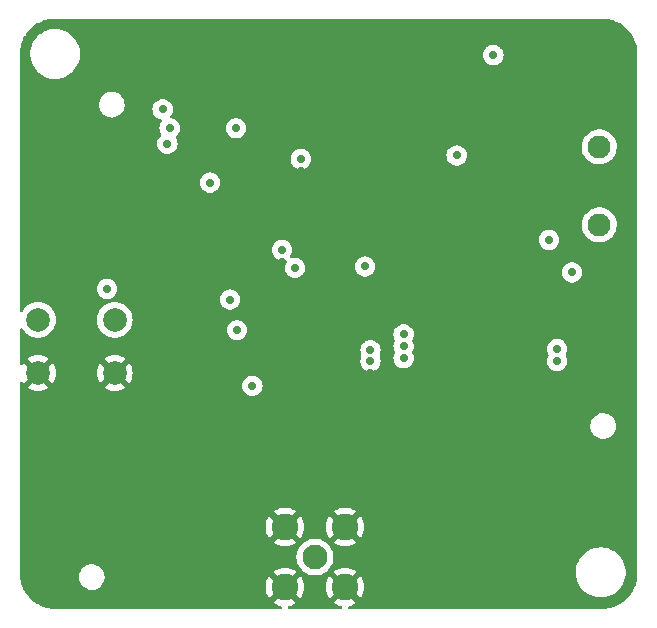
<source format=gbr>
%TF.GenerationSoftware,KiCad,Pcbnew,(6.0.4)*%
%TF.CreationDate,2022-08-12T18:00:06-03:00*%
%TF.ProjectId,rf-system-receiver,72662d73-7973-4746-956d-2d7265636569,rev?*%
%TF.SameCoordinates,Original*%
%TF.FileFunction,Copper,L2,Inr*%
%TF.FilePolarity,Positive*%
%FSLAX46Y46*%
G04 Gerber Fmt 4.6, Leading zero omitted, Abs format (unit mm)*
G04 Created by KiCad (PCBNEW (6.0.4)) date 2022-08-12 18:00:06*
%MOMM*%
%LPD*%
G01*
G04 APERTURE LIST*
%TA.AperFunction,ComponentPad*%
%ADD10C,2.000000*%
%TD*%
%TA.AperFunction,ComponentPad*%
%ADD11C,2.100000*%
%TD*%
%TA.AperFunction,ComponentPad*%
%ADD12C,2.250000*%
%TD*%
%TA.AperFunction,ComponentPad*%
%ADD13C,1.950000*%
%TD*%
%TA.AperFunction,ViaPad*%
%ADD14C,0.700000*%
%TD*%
G04 APERTURE END LIST*
D10*
%TO.N,NRST*%
%TO.C,SW1*%
X118050000Y-62020000D03*
X124550000Y-62020000D03*
%TO.N,GND*%
X124550000Y-66520000D03*
X118050000Y-66520000D03*
%TD*%
D11*
%TO.N,Net-(C13-Pad2)*%
%TO.C,J2*%
X141500000Y-82100000D03*
D12*
%TO.N,GND*%
X144050000Y-84650000D03*
X144050000Y-79550000D03*
X138950000Y-79550000D03*
X138950000Y-84650000D03*
%TD*%
D13*
%TO.N,N/C*%
%TO.C,J1*%
X165565000Y-53967500D03*
X165565000Y-47367500D03*
%TD*%
D14*
%TO.N,GND*%
X120000000Y-47000000D03*
X120000000Y-51000000D03*
X120000000Y-55000000D03*
X120000000Y-59000000D03*
X119987016Y-69987016D03*
X165000000Y-73974032D03*
X157000000Y-70000000D03*
X161000000Y-82000000D03*
X161000000Y-78000000D03*
X161000000Y-74000000D03*
X157000000Y-74000000D03*
X157000000Y-78000000D03*
X156987016Y-82000000D03*
X132000000Y-82000000D03*
X128000000Y-74000000D03*
X128000000Y-78000000D03*
X128000000Y-82000000D03*
X123999999Y-82000000D03*
X124000000Y-78000000D03*
X123999055Y-74000000D03*
X124000000Y-70000000D03*
X137100000Y-58700000D03*
X146000000Y-62000000D03*
X158500000Y-58000000D03*
X138700000Y-57100000D03*
X132300000Y-63500000D03*
X153400000Y-45500000D03*
X140300000Y-49400000D03*
X146200000Y-66500000D03*
X129500000Y-69000000D03*
X137500000Y-67700000D03*
X133500000Y-69300000D03*
X160700000Y-44500000D03*
X125300000Y-48400000D03*
X122200000Y-54100000D03*
X135500000Y-66500000D03*
X134000000Y-41600000D03*
X162000000Y-67500000D03*
X143200000Y-70100000D03*
X142600000Y-72700000D03*
X132300000Y-45700000D03*
X131900000Y-42600000D03*
X158000000Y-59000000D03*
X144800000Y-63500000D03*
X135200000Y-76300000D03*
X135500000Y-61500000D03*
X154093750Y-54600000D03*
X125000000Y-55700000D03*
X153400000Y-37900000D03*
X146200000Y-67400000D03*
X127000000Y-48100000D03*
X153400000Y-43000000D03*
X141500000Y-47000000D03*
X123500000Y-57400000D03*
X158700000Y-45400000D03*
X135200000Y-72700000D03*
X127000000Y-62800000D03*
X161600000Y-48700000D03*
X161500000Y-68500000D03*
%TO.N,+3V3*%
X138700000Y-56100000D03*
X136200000Y-67600000D03*
X149000000Y-64250000D03*
X145750000Y-57500000D03*
X123900000Y-59400000D03*
X162000000Y-65500000D03*
X153500000Y-48100000D03*
X156600000Y-39600000D03*
X146200000Y-65500000D03*
X129000000Y-47100000D03*
X129200000Y-45800000D03*
X162000000Y-64500000D03*
X149000000Y-63250000D03*
X149000000Y-65250000D03*
X139800000Y-57600000D03*
X128600000Y-44200000D03*
X140300000Y-48400000D03*
X146200000Y-64600000D03*
%TO.N,NRST*%
X132600000Y-50400000D03*
X134800000Y-45800000D03*
%TO.N,+5V*%
X161300000Y-55250000D03*
X163250000Y-58000000D03*
%TO.N,SPI_MOSI*%
X134300000Y-60300000D03*
X134900000Y-62900000D03*
%TD*%
%TA.AperFunction,Conductor*%
%TO.N,GND*%
G36*
X165770018Y-36510000D02*
G01*
X165784851Y-36512310D01*
X165784855Y-36512310D01*
X165793724Y-36513691D01*
X165812436Y-36511244D01*
X165835366Y-36510353D01*
X166106103Y-36524542D01*
X166119209Y-36525919D01*
X166334134Y-36559960D01*
X166415445Y-36572838D01*
X166428345Y-36575580D01*
X166573196Y-36614393D01*
X166718052Y-36653207D01*
X166730586Y-36657279D01*
X167010587Y-36764762D01*
X167022635Y-36770126D01*
X167289870Y-36906289D01*
X167301286Y-36912880D01*
X167552832Y-37076236D01*
X167563495Y-37083984D01*
X167796573Y-37272727D01*
X167806374Y-37281552D01*
X168018448Y-37493626D01*
X168027273Y-37503427D01*
X168187916Y-37701804D01*
X168216016Y-37736505D01*
X168223764Y-37747168D01*
X168306472Y-37874527D01*
X168387117Y-37998709D01*
X168393711Y-38010130D01*
X168529874Y-38277365D01*
X168535237Y-38289412D01*
X168630216Y-38536837D01*
X168642719Y-38569409D01*
X168646795Y-38581953D01*
X168724420Y-38871655D01*
X168727162Y-38884555D01*
X168761020Y-39098325D01*
X168774080Y-39180785D01*
X168775458Y-39193902D01*
X168789262Y-39457299D01*
X168787935Y-39483276D01*
X168787691Y-39484846D01*
X168787691Y-39484850D01*
X168786309Y-39493724D01*
X168787473Y-39502626D01*
X168787473Y-39502628D01*
X168790436Y-39525283D01*
X168791500Y-39541621D01*
X168791500Y-83450633D01*
X168790000Y-83470018D01*
X168787690Y-83484851D01*
X168787690Y-83484855D01*
X168786309Y-83493724D01*
X168788135Y-83507683D01*
X168788756Y-83512433D01*
X168789647Y-83535366D01*
X168775584Y-83803704D01*
X168775458Y-83806099D01*
X168774081Y-83819209D01*
X168768095Y-83857001D01*
X168727162Y-84115445D01*
X168724420Y-84128345D01*
X168695213Y-84237347D01*
X168647103Y-84416899D01*
X168646795Y-84418047D01*
X168642721Y-84430586D01*
X168539143Y-84700413D01*
X168535238Y-84710587D01*
X168529874Y-84722635D01*
X168393711Y-84989870D01*
X168387120Y-85001286D01*
X168223764Y-85252832D01*
X168216016Y-85263495D01*
X168027273Y-85496573D01*
X168018448Y-85506374D01*
X167806374Y-85718448D01*
X167796573Y-85727273D01*
X167563495Y-85916016D01*
X167552832Y-85923764D01*
X167301286Y-86087120D01*
X167289870Y-86093711D01*
X167022635Y-86229874D01*
X167010588Y-86235237D01*
X166730586Y-86342721D01*
X166718052Y-86346793D01*
X166573196Y-86385608D01*
X166428345Y-86424420D01*
X166415445Y-86427162D01*
X166334134Y-86440040D01*
X166119209Y-86474081D01*
X166106101Y-86475458D01*
X166030937Y-86479397D01*
X165842701Y-86489262D01*
X165816724Y-86487935D01*
X165815154Y-86487691D01*
X165815150Y-86487691D01*
X165806276Y-86486309D01*
X165797374Y-86487473D01*
X165797372Y-86487473D01*
X165782323Y-86489441D01*
X165774714Y-86490436D01*
X165758379Y-86491500D01*
X144439385Y-86491500D01*
X144371264Y-86471498D01*
X144324771Y-86417842D01*
X144314667Y-86347568D01*
X144344161Y-86282988D01*
X144409971Y-86242981D01*
X144551373Y-86209033D01*
X144560758Y-86205984D01*
X144789085Y-86111408D01*
X144797879Y-86106927D01*
X145003928Y-85980660D01*
X145009190Y-85972599D01*
X145003183Y-85962393D01*
X144062812Y-85022022D01*
X144048868Y-85014408D01*
X144047035Y-85014539D01*
X144040420Y-85018790D01*
X143098276Y-85960934D01*
X143090884Y-85974471D01*
X143094570Y-85979740D01*
X143302121Y-86106927D01*
X143310915Y-86111408D01*
X143539242Y-86205984D01*
X143548627Y-86209033D01*
X143690029Y-86242981D01*
X143751598Y-86278333D01*
X143784281Y-86341360D01*
X143777700Y-86412051D01*
X143733946Y-86467962D01*
X143660615Y-86491500D01*
X139339385Y-86491500D01*
X139271264Y-86471498D01*
X139224771Y-86417842D01*
X139214667Y-86347568D01*
X139244161Y-86282988D01*
X139309971Y-86242981D01*
X139451373Y-86209033D01*
X139460758Y-86205984D01*
X139689085Y-86111408D01*
X139697879Y-86106927D01*
X139903928Y-85980660D01*
X139909190Y-85972599D01*
X139903183Y-85962393D01*
X138962812Y-85022022D01*
X138948868Y-85014408D01*
X138947035Y-85014539D01*
X138940420Y-85018790D01*
X137998276Y-85960934D01*
X137990884Y-85974471D01*
X137994570Y-85979740D01*
X138202121Y-86106927D01*
X138210915Y-86111408D01*
X138439242Y-86205984D01*
X138448627Y-86209033D01*
X138590029Y-86242981D01*
X138651598Y-86278333D01*
X138684281Y-86341360D01*
X138677700Y-86412051D01*
X138633946Y-86467962D01*
X138560615Y-86491500D01*
X119549367Y-86491500D01*
X119529982Y-86490000D01*
X119515149Y-86487690D01*
X119515145Y-86487690D01*
X119506276Y-86486309D01*
X119487564Y-86488756D01*
X119464634Y-86489647D01*
X119193897Y-86475458D01*
X119180791Y-86474081D01*
X118965866Y-86440040D01*
X118884555Y-86427162D01*
X118871655Y-86424420D01*
X118726804Y-86385608D01*
X118581948Y-86346793D01*
X118569414Y-86342721D01*
X118289412Y-86235237D01*
X118277365Y-86229874D01*
X118010130Y-86093711D01*
X117998714Y-86087120D01*
X117747168Y-85923764D01*
X117736505Y-85916016D01*
X117503427Y-85727273D01*
X117493626Y-85718448D01*
X117281552Y-85506374D01*
X117272727Y-85496573D01*
X117083984Y-85263495D01*
X117076236Y-85252832D01*
X116912880Y-85001286D01*
X116906289Y-84989870D01*
X116770126Y-84722635D01*
X116764762Y-84710587D01*
X116760857Y-84700413D01*
X116657279Y-84430586D01*
X116653205Y-84418047D01*
X116652898Y-84416899D01*
X116604787Y-84237347D01*
X116575580Y-84128345D01*
X116572838Y-84115445D01*
X116531905Y-83857001D01*
X116525919Y-83819209D01*
X116524542Y-83806098D01*
X116524223Y-83800000D01*
X116522729Y-83771489D01*
X121511227Y-83771489D01*
X121511605Y-83777255D01*
X121513096Y-83799999D01*
X121513096Y-83800000D01*
X121517701Y-83870253D01*
X121524263Y-83970380D01*
X121525684Y-83975976D01*
X121525685Y-83975981D01*
X121560172Y-84111770D01*
X121573326Y-84163564D01*
X121575743Y-84168807D01*
X121612265Y-84248029D01*
X121656772Y-84344573D01*
X121771807Y-84507344D01*
X121914578Y-84646425D01*
X122080304Y-84757160D01*
X122085607Y-84759438D01*
X122085610Y-84759440D01*
X122258128Y-84833559D01*
X122263435Y-84835839D01*
X122335516Y-84852149D01*
X122452201Y-84878553D01*
X122452207Y-84878554D01*
X122457838Y-84879828D01*
X122463609Y-84880055D01*
X122463611Y-84880055D01*
X122524556Y-84882449D01*
X122657001Y-84887653D01*
X122756959Y-84873160D01*
X122848535Y-84859883D01*
X122848540Y-84859882D01*
X122854256Y-84859053D01*
X122859728Y-84857195D01*
X122859730Y-84857195D01*
X123037532Y-84796839D01*
X123037534Y-84796838D01*
X123042996Y-84794984D01*
X123216899Y-84697594D01*
X123268197Y-84654930D01*
X137312338Y-84654930D01*
X137331729Y-84901313D01*
X137333272Y-84911060D01*
X137390967Y-85151373D01*
X137394016Y-85160758D01*
X137488592Y-85389085D01*
X137493073Y-85397879D01*
X137619340Y-85603928D01*
X137627401Y-85609190D01*
X137637607Y-85603183D01*
X138577978Y-84662812D01*
X138584356Y-84651132D01*
X139314408Y-84651132D01*
X139314539Y-84652965D01*
X139318790Y-84659580D01*
X140260934Y-85601724D01*
X140274471Y-85609116D01*
X140279740Y-85605430D01*
X140406927Y-85397879D01*
X140411408Y-85389085D01*
X140505984Y-85160758D01*
X140509033Y-85151373D01*
X140566728Y-84911060D01*
X140568271Y-84901313D01*
X140587662Y-84654930D01*
X142412338Y-84654930D01*
X142431729Y-84901313D01*
X142433272Y-84911060D01*
X142490967Y-85151373D01*
X142494016Y-85160758D01*
X142588592Y-85389085D01*
X142593073Y-85397879D01*
X142719340Y-85603928D01*
X142727401Y-85609190D01*
X142737607Y-85603183D01*
X143677978Y-84662812D01*
X143684356Y-84651132D01*
X144414408Y-84651132D01*
X144414539Y-84652965D01*
X144418790Y-84659580D01*
X145360934Y-85601724D01*
X145374471Y-85609116D01*
X145379740Y-85605430D01*
X145506927Y-85397879D01*
X145511408Y-85389085D01*
X145605984Y-85160758D01*
X145609033Y-85151373D01*
X145666728Y-84911060D01*
X145668271Y-84901313D01*
X145687662Y-84654930D01*
X145687662Y-84645070D01*
X145668271Y-84398687D01*
X145666728Y-84388940D01*
X145609033Y-84148627D01*
X145605984Y-84139242D01*
X145511408Y-83910915D01*
X145506927Y-83902121D01*
X145380660Y-83696072D01*
X145372599Y-83690810D01*
X145362393Y-83696817D01*
X144422022Y-84637188D01*
X144414408Y-84651132D01*
X143684356Y-84651132D01*
X143685592Y-84648868D01*
X143685461Y-84647035D01*
X143681210Y-84640420D01*
X142739066Y-83698276D01*
X142725529Y-83690884D01*
X142720260Y-83694570D01*
X142593073Y-83902121D01*
X142588592Y-83910915D01*
X142494016Y-84139242D01*
X142490967Y-84148627D01*
X142433272Y-84388940D01*
X142431729Y-84398687D01*
X142412338Y-84645070D01*
X142412338Y-84654930D01*
X140587662Y-84654930D01*
X140587662Y-84645070D01*
X140568271Y-84398687D01*
X140566728Y-84388940D01*
X140509033Y-84148627D01*
X140505984Y-84139242D01*
X140411408Y-83910915D01*
X140406927Y-83902121D01*
X140280660Y-83696072D01*
X140272599Y-83690810D01*
X140262393Y-83696817D01*
X139322022Y-84637188D01*
X139314408Y-84651132D01*
X138584356Y-84651132D01*
X138585592Y-84648868D01*
X138585461Y-84647035D01*
X138581210Y-84640420D01*
X137639066Y-83698276D01*
X137625529Y-83690884D01*
X137620260Y-83694570D01*
X137493073Y-83902121D01*
X137488592Y-83910915D01*
X137394016Y-84139242D01*
X137390967Y-84148627D01*
X137333272Y-84388940D01*
X137331729Y-84398687D01*
X137312338Y-84645070D01*
X137312338Y-84654930D01*
X123268197Y-84654930D01*
X123370143Y-84570143D01*
X123497594Y-84416899D01*
X123594984Y-84242996D01*
X123636794Y-84119830D01*
X123657195Y-84059730D01*
X123657195Y-84059728D01*
X123659053Y-84054256D01*
X123659882Y-84048540D01*
X123659883Y-84048535D01*
X123681111Y-83902121D01*
X123687653Y-83857001D01*
X123689146Y-83800000D01*
X123670908Y-83601519D01*
X123666759Y-83586805D01*
X123618373Y-83415244D01*
X123618372Y-83415242D01*
X123616805Y-83409685D01*
X123603746Y-83383202D01*
X123576228Y-83327401D01*
X137990810Y-83327401D01*
X137996817Y-83337607D01*
X138937188Y-84277978D01*
X138951132Y-84285592D01*
X138952965Y-84285461D01*
X138959580Y-84281210D01*
X139901724Y-83339066D01*
X139909116Y-83325529D01*
X139905430Y-83320260D01*
X139697879Y-83193073D01*
X139689085Y-83188592D01*
X139460758Y-83094016D01*
X139451373Y-83090967D01*
X139211060Y-83033272D01*
X139201313Y-83031729D01*
X138954930Y-83012338D01*
X138945070Y-83012338D01*
X138698687Y-83031729D01*
X138688940Y-83033272D01*
X138448627Y-83090967D01*
X138439242Y-83094016D01*
X138210915Y-83188592D01*
X138202121Y-83193073D01*
X137996072Y-83319340D01*
X137990810Y-83327401D01*
X123576228Y-83327401D01*
X123531205Y-83236104D01*
X123528650Y-83230923D01*
X123409393Y-83071219D01*
X123317769Y-82986522D01*
X123267275Y-82939846D01*
X123263030Y-82935922D01*
X123258147Y-82932841D01*
X123258143Y-82932838D01*
X123099346Y-82832645D01*
X123099341Y-82832643D01*
X123094462Y-82829564D01*
X122909334Y-82755705D01*
X122713847Y-82716820D01*
X122708072Y-82716744D01*
X122708068Y-82716744D01*
X122608588Y-82715442D01*
X122514547Y-82714211D01*
X122508850Y-82715190D01*
X122508849Y-82715190D01*
X122492805Y-82717947D01*
X122318108Y-82747966D01*
X122131111Y-82816953D01*
X121959816Y-82918862D01*
X121809961Y-83050281D01*
X121686565Y-83206809D01*
X121683876Y-83211920D01*
X121683874Y-83211923D01*
X121654741Y-83267297D01*
X121593760Y-83383202D01*
X121585537Y-83409685D01*
X121546020Y-83536951D01*
X121534654Y-83573554D01*
X121511227Y-83771489D01*
X116522729Y-83771489D01*
X116510932Y-83546409D01*
X116512505Y-83518915D01*
X116513576Y-83512552D01*
X116513729Y-83500000D01*
X116509773Y-83472376D01*
X116508500Y-83454514D01*
X116508500Y-82100000D01*
X139936681Y-82100000D01*
X139955928Y-82344557D01*
X139957082Y-82349364D01*
X139957083Y-82349370D01*
X139979916Y-82444476D01*
X140013195Y-82583092D01*
X140107073Y-82809732D01*
X140235248Y-83018896D01*
X140238463Y-83022660D01*
X140238465Y-83022663D01*
X140276585Y-83067295D01*
X140394567Y-83205433D01*
X140398323Y-83208641D01*
X140551030Y-83339066D01*
X140581104Y-83364752D01*
X140585327Y-83367340D01*
X140585330Y-83367342D01*
X140602860Y-83378084D01*
X140790268Y-83492927D01*
X140864944Y-83523859D01*
X141012335Y-83584911D01*
X141012337Y-83584912D01*
X141016908Y-83586805D01*
X141099563Y-83606649D01*
X141250630Y-83642917D01*
X141250636Y-83642918D01*
X141255443Y-83644072D01*
X141500000Y-83663319D01*
X141744557Y-83644072D01*
X141749364Y-83642918D01*
X141749370Y-83642917D01*
X141900437Y-83606649D01*
X141983092Y-83586805D01*
X141987663Y-83584912D01*
X141987665Y-83584911D01*
X142135056Y-83523859D01*
X142209732Y-83492927D01*
X142397140Y-83378084D01*
X142414670Y-83367342D01*
X142414673Y-83367340D01*
X142418896Y-83364752D01*
X142448971Y-83339066D01*
X142462629Y-83327401D01*
X143090810Y-83327401D01*
X143096817Y-83337607D01*
X144037188Y-84277978D01*
X144051132Y-84285592D01*
X144052965Y-84285461D01*
X144059580Y-84281210D01*
X144808087Y-83532703D01*
X163590743Y-83532703D01*
X163591302Y-83536947D01*
X163591302Y-83536951D01*
X163598018Y-83587960D01*
X163628268Y-83817734D01*
X163629401Y-83821874D01*
X163629401Y-83821876D01*
X163650415Y-83898689D01*
X163704129Y-84095036D01*
X163705813Y-84098984D01*
X163785409Y-84285592D01*
X163816923Y-84359476D01*
X163891473Y-84484040D01*
X163959767Y-84598150D01*
X163964561Y-84606161D01*
X164144313Y-84830528D01*
X164218905Y-84901313D01*
X164346106Y-85022022D01*
X164352851Y-85028423D01*
X164586317Y-85196186D01*
X164590112Y-85198195D01*
X164590113Y-85198196D01*
X164611869Y-85209715D01*
X164840392Y-85330712D01*
X165110373Y-85429511D01*
X165391264Y-85490755D01*
X165419841Y-85493004D01*
X165614282Y-85508307D01*
X165614291Y-85508307D01*
X165616739Y-85508500D01*
X165772271Y-85508500D01*
X165774407Y-85508354D01*
X165774418Y-85508354D01*
X165982548Y-85494165D01*
X165982554Y-85494164D01*
X165986825Y-85493873D01*
X165991020Y-85493004D01*
X165991022Y-85493004D01*
X166127583Y-85464724D01*
X166268342Y-85435574D01*
X166539343Y-85339607D01*
X166794812Y-85207750D01*
X166798313Y-85205289D01*
X166798317Y-85205287D01*
X166912418Y-85125095D01*
X167030023Y-85042441D01*
X167181895Y-84901313D01*
X167237479Y-84849661D01*
X167237481Y-84849658D01*
X167240622Y-84846740D01*
X167422713Y-84624268D01*
X167572927Y-84379142D01*
X167688483Y-84115898D01*
X167767244Y-83839406D01*
X167801891Y-83595958D01*
X167807146Y-83559036D01*
X167807146Y-83559034D01*
X167807751Y-83554784D01*
X167807845Y-83536951D01*
X167809235Y-83271583D01*
X167809235Y-83271576D01*
X167809257Y-83267297D01*
X167805151Y-83236104D01*
X167772292Y-82986522D01*
X167771732Y-82982266D01*
X167695871Y-82704964D01*
X167685295Y-82680170D01*
X167584763Y-82444476D01*
X167584761Y-82444472D01*
X167583077Y-82440524D01*
X167435439Y-82193839D01*
X167255687Y-81969472D01*
X167047149Y-81771577D01*
X166813683Y-81603814D01*
X166791843Y-81592250D01*
X166768654Y-81579972D01*
X166559608Y-81469288D01*
X166289627Y-81370489D01*
X166008736Y-81309245D01*
X165977685Y-81306801D01*
X165785718Y-81291693D01*
X165785709Y-81291693D01*
X165783261Y-81291500D01*
X165627729Y-81291500D01*
X165625593Y-81291646D01*
X165625582Y-81291646D01*
X165417452Y-81305835D01*
X165417446Y-81305836D01*
X165413175Y-81306127D01*
X165408980Y-81306996D01*
X165408978Y-81306996D01*
X165272417Y-81335276D01*
X165131658Y-81364426D01*
X164860657Y-81460393D01*
X164605188Y-81592250D01*
X164601687Y-81594711D01*
X164601683Y-81594713D01*
X164591594Y-81601804D01*
X164369977Y-81757559D01*
X164159378Y-81953260D01*
X163977287Y-82175732D01*
X163827073Y-82420858D01*
X163711517Y-82684102D01*
X163710342Y-82688229D01*
X163710341Y-82688230D01*
X163702661Y-82715190D01*
X163632756Y-82960594D01*
X163592249Y-83245216D01*
X163592227Y-83249505D01*
X163592226Y-83249512D01*
X163590789Y-83523859D01*
X163590743Y-83532703D01*
X144808087Y-83532703D01*
X145001724Y-83339066D01*
X145009116Y-83325529D01*
X145005430Y-83320260D01*
X144797879Y-83193073D01*
X144789085Y-83188592D01*
X144560758Y-83094016D01*
X144551373Y-83090967D01*
X144311060Y-83033272D01*
X144301313Y-83031729D01*
X144054930Y-83012338D01*
X144045070Y-83012338D01*
X143798687Y-83031729D01*
X143788940Y-83033272D01*
X143548627Y-83090967D01*
X143539242Y-83094016D01*
X143310915Y-83188592D01*
X143302121Y-83193073D01*
X143096072Y-83319340D01*
X143090810Y-83327401D01*
X142462629Y-83327401D01*
X142601677Y-83208641D01*
X142605433Y-83205433D01*
X142723415Y-83067295D01*
X142761535Y-83022663D01*
X142761537Y-83022660D01*
X142764752Y-83018896D01*
X142892927Y-82809732D01*
X142986805Y-82583092D01*
X143020084Y-82444476D01*
X143042917Y-82349370D01*
X143042918Y-82349364D01*
X143044072Y-82344557D01*
X143063319Y-82100000D01*
X143044072Y-81855443D01*
X142986805Y-81616908D01*
X142977612Y-81594713D01*
X142894820Y-81394839D01*
X142892927Y-81390268D01*
X142764752Y-81181104D01*
X142753792Y-81168271D01*
X142608641Y-80998323D01*
X142605433Y-80994567D01*
X142464820Y-80874471D01*
X143090884Y-80874471D01*
X143094570Y-80879740D01*
X143302121Y-81006927D01*
X143310915Y-81011408D01*
X143539242Y-81105984D01*
X143548627Y-81109033D01*
X143788940Y-81166728D01*
X143798687Y-81168271D01*
X144045070Y-81187662D01*
X144054930Y-81187662D01*
X144301313Y-81168271D01*
X144311060Y-81166728D01*
X144551373Y-81109033D01*
X144560758Y-81105984D01*
X144789085Y-81011408D01*
X144797879Y-81006927D01*
X145003928Y-80880660D01*
X145009190Y-80872599D01*
X145003183Y-80862393D01*
X144062812Y-79922022D01*
X144048868Y-79914408D01*
X144047035Y-79914539D01*
X144040420Y-79918790D01*
X143098276Y-80860934D01*
X143090884Y-80874471D01*
X142464820Y-80874471D01*
X142462628Y-80872599D01*
X142422663Y-80838465D01*
X142422660Y-80838463D01*
X142418896Y-80835248D01*
X142414673Y-80832660D01*
X142414670Y-80832658D01*
X142345485Y-80790262D01*
X142209732Y-80707073D01*
X142065033Y-80647136D01*
X141987665Y-80615089D01*
X141987663Y-80615088D01*
X141983092Y-80613195D01*
X141900437Y-80593351D01*
X141749370Y-80557083D01*
X141749364Y-80557082D01*
X141744557Y-80555928D01*
X141500000Y-80536681D01*
X141255443Y-80555928D01*
X141250636Y-80557082D01*
X141250630Y-80557083D01*
X141099563Y-80593351D01*
X141016908Y-80613195D01*
X141012337Y-80615088D01*
X141012335Y-80615089D01*
X140934967Y-80647136D01*
X140790268Y-80707073D01*
X140654515Y-80790262D01*
X140585330Y-80832658D01*
X140585327Y-80832660D01*
X140581104Y-80835248D01*
X140577340Y-80838463D01*
X140577337Y-80838465D01*
X140537372Y-80872599D01*
X140394567Y-80994567D01*
X140391359Y-80998323D01*
X140246209Y-81168271D01*
X140235248Y-81181104D01*
X140107073Y-81390268D01*
X140105180Y-81394839D01*
X140022389Y-81594713D01*
X140013195Y-81616908D01*
X139955928Y-81855443D01*
X139936681Y-82100000D01*
X116508500Y-82100000D01*
X116508500Y-80874471D01*
X137990884Y-80874471D01*
X137994570Y-80879740D01*
X138202121Y-81006927D01*
X138210915Y-81011408D01*
X138439242Y-81105984D01*
X138448627Y-81109033D01*
X138688940Y-81166728D01*
X138698687Y-81168271D01*
X138945070Y-81187662D01*
X138954930Y-81187662D01*
X139201313Y-81168271D01*
X139211060Y-81166728D01*
X139451373Y-81109033D01*
X139460758Y-81105984D01*
X139689085Y-81011408D01*
X139697879Y-81006927D01*
X139903928Y-80880660D01*
X139909190Y-80872599D01*
X139903183Y-80862393D01*
X138962812Y-79922022D01*
X138948868Y-79914408D01*
X138947035Y-79914539D01*
X138940420Y-79918790D01*
X137998276Y-80860934D01*
X137990884Y-80874471D01*
X116508500Y-80874471D01*
X116508500Y-79554930D01*
X137312338Y-79554930D01*
X137331729Y-79801313D01*
X137333272Y-79811060D01*
X137390967Y-80051373D01*
X137394016Y-80060758D01*
X137488592Y-80289085D01*
X137493073Y-80297879D01*
X137619340Y-80503928D01*
X137627401Y-80509190D01*
X137637607Y-80503183D01*
X138577978Y-79562812D01*
X138584356Y-79551132D01*
X139314408Y-79551132D01*
X139314539Y-79552965D01*
X139318790Y-79559580D01*
X140260934Y-80501724D01*
X140274471Y-80509116D01*
X140279740Y-80505430D01*
X140406927Y-80297879D01*
X140411408Y-80289085D01*
X140505984Y-80060758D01*
X140509033Y-80051373D01*
X140566728Y-79811060D01*
X140568271Y-79801313D01*
X140587662Y-79554930D01*
X142412338Y-79554930D01*
X142431729Y-79801313D01*
X142433272Y-79811060D01*
X142490967Y-80051373D01*
X142494016Y-80060758D01*
X142588592Y-80289085D01*
X142593073Y-80297879D01*
X142719340Y-80503928D01*
X142727401Y-80509190D01*
X142737607Y-80503183D01*
X143677978Y-79562812D01*
X143684356Y-79551132D01*
X144414408Y-79551132D01*
X144414539Y-79552965D01*
X144418790Y-79559580D01*
X145360934Y-80501724D01*
X145374471Y-80509116D01*
X145379740Y-80505430D01*
X145506927Y-80297879D01*
X145511408Y-80289085D01*
X145605984Y-80060758D01*
X145609033Y-80051373D01*
X145666728Y-79811060D01*
X145668271Y-79801313D01*
X145687662Y-79554930D01*
X145687662Y-79545070D01*
X145668271Y-79298687D01*
X145666728Y-79288940D01*
X145609033Y-79048627D01*
X145605984Y-79039242D01*
X145511408Y-78810915D01*
X145506927Y-78802121D01*
X145380660Y-78596072D01*
X145372599Y-78590810D01*
X145362393Y-78596817D01*
X144422022Y-79537188D01*
X144414408Y-79551132D01*
X143684356Y-79551132D01*
X143685592Y-79548868D01*
X143685461Y-79547035D01*
X143681210Y-79540420D01*
X142739066Y-78598276D01*
X142725529Y-78590884D01*
X142720260Y-78594570D01*
X142593073Y-78802121D01*
X142588592Y-78810915D01*
X142494016Y-79039242D01*
X142490967Y-79048627D01*
X142433272Y-79288940D01*
X142431729Y-79298687D01*
X142412338Y-79545070D01*
X142412338Y-79554930D01*
X140587662Y-79554930D01*
X140587662Y-79545070D01*
X140568271Y-79298687D01*
X140566728Y-79288940D01*
X140509033Y-79048627D01*
X140505984Y-79039242D01*
X140411408Y-78810915D01*
X140406927Y-78802121D01*
X140280660Y-78596072D01*
X140272599Y-78590810D01*
X140262393Y-78596817D01*
X139322022Y-79537188D01*
X139314408Y-79551132D01*
X138584356Y-79551132D01*
X138585592Y-79548868D01*
X138585461Y-79547035D01*
X138581210Y-79540420D01*
X137639066Y-78598276D01*
X137625529Y-78590884D01*
X137620260Y-78594570D01*
X137493073Y-78802121D01*
X137488592Y-78810915D01*
X137394016Y-79039242D01*
X137390967Y-79048627D01*
X137333272Y-79288940D01*
X137331729Y-79298687D01*
X137312338Y-79545070D01*
X137312338Y-79554930D01*
X116508500Y-79554930D01*
X116508500Y-78227401D01*
X137990810Y-78227401D01*
X137996817Y-78237607D01*
X138937188Y-79177978D01*
X138951132Y-79185592D01*
X138952965Y-79185461D01*
X138959580Y-79181210D01*
X139901724Y-78239066D01*
X139908094Y-78227401D01*
X143090810Y-78227401D01*
X143096817Y-78237607D01*
X144037188Y-79177978D01*
X144051132Y-79185592D01*
X144052965Y-79185461D01*
X144059580Y-79181210D01*
X145001724Y-78239066D01*
X145009116Y-78225529D01*
X145005430Y-78220260D01*
X144797879Y-78093073D01*
X144789085Y-78088592D01*
X144560758Y-77994016D01*
X144551373Y-77990967D01*
X144311060Y-77933272D01*
X144301313Y-77931729D01*
X144054930Y-77912338D01*
X144045070Y-77912338D01*
X143798687Y-77931729D01*
X143788940Y-77933272D01*
X143548627Y-77990967D01*
X143539242Y-77994016D01*
X143310915Y-78088592D01*
X143302121Y-78093073D01*
X143096072Y-78219340D01*
X143090810Y-78227401D01*
X139908094Y-78227401D01*
X139909116Y-78225529D01*
X139905430Y-78220260D01*
X139697879Y-78093073D01*
X139689085Y-78088592D01*
X139460758Y-77994016D01*
X139451373Y-77990967D01*
X139211060Y-77933272D01*
X139201313Y-77931729D01*
X138954930Y-77912338D01*
X138945070Y-77912338D01*
X138698687Y-77931729D01*
X138688940Y-77933272D01*
X138448627Y-77990967D01*
X138439242Y-77994016D01*
X138210915Y-78088592D01*
X138202121Y-78093073D01*
X137996072Y-78219340D01*
X137990810Y-78227401D01*
X116508500Y-78227401D01*
X116508500Y-70971489D01*
X164811227Y-70971489D01*
X164813096Y-71000000D01*
X164824263Y-71170380D01*
X164873326Y-71363564D01*
X164875743Y-71368807D01*
X164912265Y-71448029D01*
X164956772Y-71544573D01*
X165071807Y-71707344D01*
X165214578Y-71846425D01*
X165380304Y-71957160D01*
X165385607Y-71959438D01*
X165385610Y-71959440D01*
X165558128Y-72033559D01*
X165563435Y-72035839D01*
X165635516Y-72052149D01*
X165752201Y-72078553D01*
X165752207Y-72078554D01*
X165757838Y-72079828D01*
X165763609Y-72080055D01*
X165763611Y-72080055D01*
X165824556Y-72082449D01*
X165957001Y-72087653D01*
X166056959Y-72073160D01*
X166148535Y-72059883D01*
X166148540Y-72059882D01*
X166154256Y-72059053D01*
X166159728Y-72057195D01*
X166159730Y-72057195D01*
X166337532Y-71996839D01*
X166337534Y-71996838D01*
X166342996Y-71994984D01*
X166516899Y-71897594D01*
X166670143Y-71770143D01*
X166797594Y-71616899D01*
X166894984Y-71442996D01*
X166959053Y-71254256D01*
X166959882Y-71248540D01*
X166959883Y-71248535D01*
X166976918Y-71131039D01*
X166987653Y-71057001D01*
X166989146Y-71000000D01*
X166970908Y-70801519D01*
X166916805Y-70609685D01*
X166903746Y-70583202D01*
X166831205Y-70436104D01*
X166828650Y-70430923D01*
X166709393Y-70271219D01*
X166563030Y-70135922D01*
X166558147Y-70132841D01*
X166558143Y-70132838D01*
X166399346Y-70032645D01*
X166399341Y-70032643D01*
X166394462Y-70029564D01*
X166209334Y-69955705D01*
X166013847Y-69916820D01*
X166008072Y-69916744D01*
X166008068Y-69916744D01*
X165908588Y-69915442D01*
X165814547Y-69914211D01*
X165808850Y-69915190D01*
X165808849Y-69915190D01*
X165792805Y-69917947D01*
X165618108Y-69947966D01*
X165431111Y-70016953D01*
X165259816Y-70118862D01*
X165109961Y-70250281D01*
X164986565Y-70406809D01*
X164893760Y-70583202D01*
X164834654Y-70773554D01*
X164811227Y-70971489D01*
X116508500Y-70971489D01*
X116508500Y-67752670D01*
X117182160Y-67752670D01*
X117187887Y-67760320D01*
X117359042Y-67865205D01*
X117367837Y-67869687D01*
X117577988Y-67956734D01*
X117587373Y-67959783D01*
X117808554Y-68012885D01*
X117818301Y-68014428D01*
X118045070Y-68032275D01*
X118054930Y-68032275D01*
X118281699Y-68014428D01*
X118291446Y-68012885D01*
X118512627Y-67959783D01*
X118522012Y-67956734D01*
X118732163Y-67869687D01*
X118740958Y-67865205D01*
X118908445Y-67762568D01*
X118917400Y-67752670D01*
X123682160Y-67752670D01*
X123687887Y-67760320D01*
X123859042Y-67865205D01*
X123867837Y-67869687D01*
X124077988Y-67956734D01*
X124087373Y-67959783D01*
X124308554Y-68012885D01*
X124318301Y-68014428D01*
X124545070Y-68032275D01*
X124554930Y-68032275D01*
X124781699Y-68014428D01*
X124791446Y-68012885D01*
X125012627Y-67959783D01*
X125022012Y-67956734D01*
X125232163Y-67869687D01*
X125240958Y-67865205D01*
X125408445Y-67762568D01*
X125417907Y-67752110D01*
X125414124Y-67743334D01*
X125270790Y-67600000D01*
X135336771Y-67600000D01*
X135355635Y-67779475D01*
X135411401Y-67951107D01*
X135501633Y-68107393D01*
X135622387Y-68241504D01*
X135768385Y-68347578D01*
X135774413Y-68350262D01*
X135774415Y-68350263D01*
X135927217Y-68418295D01*
X135933248Y-68420980D01*
X136021508Y-68439740D01*
X136103311Y-68457128D01*
X136103315Y-68457128D01*
X136109768Y-68458500D01*
X136290232Y-68458500D01*
X136296685Y-68457128D01*
X136296689Y-68457128D01*
X136378492Y-68439740D01*
X136466752Y-68420980D01*
X136472783Y-68418295D01*
X136625585Y-68350263D01*
X136625587Y-68350262D01*
X136631615Y-68347578D01*
X136777613Y-68241504D01*
X136898367Y-68107393D01*
X136988599Y-67951107D01*
X137044365Y-67779475D01*
X137063229Y-67600000D01*
X137044365Y-67420525D01*
X136988599Y-67248893D01*
X136898367Y-67092607D01*
X136777613Y-66958496D01*
X136631615Y-66852422D01*
X136625587Y-66849738D01*
X136625585Y-66849737D01*
X136472783Y-66781705D01*
X136472781Y-66781705D01*
X136466752Y-66779020D01*
X136378492Y-66760260D01*
X136296689Y-66742872D01*
X136296685Y-66742872D01*
X136290232Y-66741500D01*
X136109768Y-66741500D01*
X136103315Y-66742872D01*
X136103311Y-66742872D01*
X136021508Y-66760260D01*
X135933248Y-66779020D01*
X135927219Y-66781704D01*
X135927217Y-66781705D01*
X135774416Y-66849737D01*
X135774414Y-66849738D01*
X135768386Y-66852422D01*
X135763045Y-66856302D01*
X135763044Y-66856303D01*
X135627731Y-66954613D01*
X135627729Y-66954615D01*
X135622387Y-66958496D01*
X135501633Y-67092607D01*
X135411401Y-67248893D01*
X135355635Y-67420525D01*
X135336771Y-67600000D01*
X125270790Y-67600000D01*
X124562812Y-66892022D01*
X124548868Y-66884408D01*
X124547035Y-66884539D01*
X124540420Y-66888790D01*
X123688920Y-67740290D01*
X123682160Y-67752670D01*
X118917400Y-67752670D01*
X118917907Y-67752110D01*
X118914124Y-67743334D01*
X118062812Y-66892022D01*
X118048868Y-66884408D01*
X118047035Y-66884539D01*
X118040420Y-66888790D01*
X117188920Y-67740290D01*
X117182160Y-67752670D01*
X116508500Y-67752670D01*
X116508500Y-67337395D01*
X116528502Y-67269274D01*
X116582158Y-67222781D01*
X116652432Y-67212677D01*
X116717012Y-67242171D01*
X116741932Y-67271560D01*
X116807432Y-67378445D01*
X116817890Y-67387907D01*
X116826666Y-67384124D01*
X117677978Y-66532812D01*
X117684356Y-66521132D01*
X118414408Y-66521132D01*
X118414539Y-66522965D01*
X118418790Y-66529580D01*
X119270290Y-67381080D01*
X119282670Y-67387840D01*
X119290320Y-67382113D01*
X119395205Y-67210958D01*
X119399687Y-67202163D01*
X119486734Y-66992012D01*
X119489783Y-66982627D01*
X119542885Y-66761446D01*
X119544428Y-66751699D01*
X119562275Y-66524930D01*
X123037725Y-66524930D01*
X123055572Y-66751699D01*
X123057115Y-66761446D01*
X123110217Y-66982627D01*
X123113266Y-66992012D01*
X123200313Y-67202163D01*
X123204795Y-67210958D01*
X123307432Y-67378445D01*
X123317890Y-67387907D01*
X123326666Y-67384124D01*
X124177978Y-66532812D01*
X124184356Y-66521132D01*
X124914408Y-66521132D01*
X124914539Y-66522965D01*
X124918790Y-66529580D01*
X125770290Y-67381080D01*
X125782670Y-67387840D01*
X125790320Y-67382113D01*
X125895205Y-67210958D01*
X125899687Y-67202163D01*
X125986734Y-66992012D01*
X125989783Y-66982627D01*
X126042885Y-66761446D01*
X126044428Y-66751699D01*
X126062275Y-66524930D01*
X126062275Y-66515070D01*
X126044428Y-66288301D01*
X126042885Y-66278554D01*
X125989783Y-66057373D01*
X125986734Y-66047988D01*
X125899687Y-65837837D01*
X125895205Y-65829042D01*
X125792568Y-65661555D01*
X125782110Y-65652093D01*
X125773334Y-65655876D01*
X124922022Y-66507188D01*
X124914408Y-66521132D01*
X124184356Y-66521132D01*
X124185592Y-66518868D01*
X124185461Y-66517035D01*
X124181210Y-66510420D01*
X123329710Y-65658920D01*
X123317330Y-65652160D01*
X123309680Y-65657887D01*
X123204795Y-65829042D01*
X123200313Y-65837837D01*
X123113266Y-66047988D01*
X123110217Y-66057373D01*
X123057115Y-66278554D01*
X123055572Y-66288301D01*
X123037725Y-66515070D01*
X123037725Y-66524930D01*
X119562275Y-66524930D01*
X119562275Y-66515070D01*
X119544428Y-66288301D01*
X119542885Y-66278554D01*
X119489783Y-66057373D01*
X119486734Y-66047988D01*
X119399687Y-65837837D01*
X119395205Y-65829042D01*
X119292568Y-65661555D01*
X119282110Y-65652093D01*
X119273334Y-65655876D01*
X118422022Y-66507188D01*
X118414408Y-66521132D01*
X117684356Y-66521132D01*
X117685592Y-66518868D01*
X117685461Y-66517035D01*
X117681210Y-66510420D01*
X116829710Y-65658920D01*
X116817330Y-65652160D01*
X116809680Y-65657887D01*
X116741932Y-65768440D01*
X116689285Y-65816072D01*
X116619243Y-65827678D01*
X116554046Y-65799574D01*
X116514392Y-65740684D01*
X116508500Y-65702605D01*
X116508500Y-65287890D01*
X117182093Y-65287890D01*
X117185876Y-65296666D01*
X118037188Y-66147978D01*
X118051132Y-66155592D01*
X118052965Y-66155461D01*
X118059580Y-66151210D01*
X118911080Y-65299710D01*
X118917534Y-65287890D01*
X123682093Y-65287890D01*
X123685876Y-65296666D01*
X124537188Y-66147978D01*
X124551132Y-66155592D01*
X124552965Y-66155461D01*
X124559580Y-66151210D01*
X125210790Y-65500000D01*
X145336771Y-65500000D01*
X145337461Y-65506565D01*
X145353475Y-65658920D01*
X145355635Y-65679475D01*
X145357675Y-65685753D01*
X145357675Y-65685754D01*
X145384541Y-65768440D01*
X145411401Y-65851107D01*
X145501633Y-66007393D01*
X145622387Y-66141504D01*
X145627729Y-66145385D01*
X145627731Y-66145387D01*
X145635746Y-66151210D01*
X145768385Y-66247578D01*
X145774413Y-66250262D01*
X145774415Y-66250263D01*
X145859850Y-66288301D01*
X145933248Y-66320980D01*
X146021508Y-66339740D01*
X146103311Y-66357128D01*
X146103315Y-66357128D01*
X146109768Y-66358500D01*
X146290232Y-66358500D01*
X146296685Y-66357128D01*
X146296689Y-66357128D01*
X146378492Y-66339740D01*
X146466752Y-66320980D01*
X146540150Y-66288301D01*
X146625585Y-66250263D01*
X146625587Y-66250262D01*
X146631615Y-66247578D01*
X146764254Y-66151210D01*
X146772269Y-66145387D01*
X146772271Y-66145385D01*
X146777613Y-66141504D01*
X146898367Y-66007393D01*
X146988599Y-65851107D01*
X147015459Y-65768440D01*
X147042325Y-65685754D01*
X147042325Y-65685753D01*
X147044365Y-65679475D01*
X147046526Y-65658920D01*
X147062539Y-65506565D01*
X147063229Y-65500000D01*
X147044365Y-65320525D01*
X147033580Y-65287330D01*
X147021451Y-65250000D01*
X148136771Y-65250000D01*
X148155635Y-65429475D01*
X148211401Y-65601107D01*
X148301633Y-65757393D01*
X148422387Y-65891504D01*
X148568385Y-65997578D01*
X148574413Y-66000262D01*
X148574415Y-66000263D01*
X148601453Y-66012301D01*
X148733248Y-66070980D01*
X148821508Y-66089740D01*
X148903311Y-66107128D01*
X148903315Y-66107128D01*
X148909768Y-66108500D01*
X149090232Y-66108500D01*
X149096685Y-66107128D01*
X149096689Y-66107128D01*
X149178492Y-66089740D01*
X149266752Y-66070980D01*
X149398547Y-66012301D01*
X149425585Y-66000263D01*
X149425587Y-66000262D01*
X149431615Y-65997578D01*
X149577613Y-65891504D01*
X149698367Y-65757393D01*
X149788599Y-65601107D01*
X149821450Y-65500000D01*
X161136771Y-65500000D01*
X161137461Y-65506565D01*
X161153475Y-65658920D01*
X161155635Y-65679475D01*
X161157675Y-65685753D01*
X161157675Y-65685754D01*
X161184541Y-65768440D01*
X161211401Y-65851107D01*
X161301633Y-66007393D01*
X161422387Y-66141504D01*
X161427729Y-66145385D01*
X161427731Y-66145387D01*
X161435746Y-66151210D01*
X161568385Y-66247578D01*
X161574413Y-66250262D01*
X161574415Y-66250263D01*
X161659850Y-66288301D01*
X161733248Y-66320980D01*
X161821508Y-66339740D01*
X161903311Y-66357128D01*
X161903315Y-66357128D01*
X161909768Y-66358500D01*
X162090232Y-66358500D01*
X162096685Y-66357128D01*
X162096689Y-66357128D01*
X162178492Y-66339740D01*
X162266752Y-66320980D01*
X162340150Y-66288301D01*
X162425585Y-66250263D01*
X162425587Y-66250262D01*
X162431615Y-66247578D01*
X162564254Y-66151210D01*
X162572269Y-66145387D01*
X162572271Y-66145385D01*
X162577613Y-66141504D01*
X162698367Y-66007393D01*
X162788599Y-65851107D01*
X162815459Y-65768440D01*
X162842325Y-65685754D01*
X162842325Y-65685753D01*
X162844365Y-65679475D01*
X162846526Y-65658920D01*
X162862539Y-65506565D01*
X162863229Y-65500000D01*
X162844365Y-65320525D01*
X162833580Y-65287330D01*
X162790641Y-65155178D01*
X162788599Y-65148893D01*
X162739007Y-65062998D01*
X162722270Y-64994005D01*
X162739007Y-64937002D01*
X162788599Y-64851107D01*
X162844365Y-64679475D01*
X162863229Y-64500000D01*
X162844365Y-64320525D01*
X162788599Y-64148893D01*
X162759404Y-64098325D01*
X162701668Y-63998325D01*
X162698367Y-63992607D01*
X162667654Y-63958496D01*
X162582035Y-63863407D01*
X162582034Y-63863406D01*
X162577613Y-63858496D01*
X162565558Y-63849737D01*
X162436957Y-63756303D01*
X162436956Y-63756302D01*
X162431615Y-63752422D01*
X162425587Y-63749738D01*
X162425585Y-63749737D01*
X162272783Y-63681705D01*
X162272781Y-63681705D01*
X162266752Y-63679020D01*
X162178492Y-63660260D01*
X162096689Y-63642872D01*
X162096685Y-63642872D01*
X162090232Y-63641500D01*
X161909768Y-63641500D01*
X161903315Y-63642872D01*
X161903311Y-63642872D01*
X161821508Y-63660260D01*
X161733248Y-63679020D01*
X161727219Y-63681704D01*
X161727217Y-63681705D01*
X161574416Y-63749737D01*
X161574414Y-63749738D01*
X161568386Y-63752422D01*
X161563045Y-63756302D01*
X161563044Y-63756303D01*
X161427731Y-63854613D01*
X161427729Y-63854615D01*
X161422387Y-63858496D01*
X161417966Y-63863406D01*
X161417965Y-63863407D01*
X161332347Y-63958496D01*
X161301633Y-63992607D01*
X161298332Y-63998325D01*
X161240597Y-64098325D01*
X161211401Y-64148893D01*
X161155635Y-64320525D01*
X161136771Y-64500000D01*
X161155635Y-64679475D01*
X161211401Y-64851107D01*
X161260993Y-64937002D01*
X161277730Y-65005995D01*
X161260993Y-65062998D01*
X161211401Y-65148893D01*
X161209359Y-65155178D01*
X161166421Y-65287330D01*
X161155635Y-65320525D01*
X161136771Y-65500000D01*
X149821450Y-65500000D01*
X149844365Y-65429475D01*
X149863229Y-65250000D01*
X149862539Y-65243435D01*
X149845055Y-65077089D01*
X149845055Y-65077088D01*
X149844365Y-65070525D01*
X149788599Y-64898893D01*
X149739007Y-64812998D01*
X149722270Y-64744005D01*
X149739007Y-64687002D01*
X149788599Y-64601107D01*
X149844365Y-64429475D01*
X149863229Y-64250000D01*
X149852602Y-64148893D01*
X149845055Y-64077089D01*
X149845055Y-64077088D01*
X149844365Y-64070525D01*
X149817454Y-63987699D01*
X149790641Y-63905178D01*
X149788599Y-63898893D01*
X149739007Y-63812998D01*
X149722270Y-63744005D01*
X149739007Y-63687002D01*
X149788599Y-63601107D01*
X149817103Y-63513380D01*
X149842325Y-63435754D01*
X149842325Y-63435753D01*
X149844365Y-63429475D01*
X149863229Y-63250000D01*
X149844365Y-63070525D01*
X149788599Y-62898893D01*
X149698367Y-62742607D01*
X149672282Y-62713636D01*
X149582035Y-62613407D01*
X149582034Y-62613406D01*
X149577613Y-62608496D01*
X149504228Y-62555178D01*
X149436957Y-62506303D01*
X149436956Y-62506302D01*
X149431615Y-62502422D01*
X149425587Y-62499738D01*
X149425585Y-62499737D01*
X149272783Y-62431705D01*
X149272781Y-62431705D01*
X149266752Y-62429020D01*
X149178492Y-62410260D01*
X149096689Y-62392872D01*
X149096685Y-62392872D01*
X149090232Y-62391500D01*
X148909768Y-62391500D01*
X148903315Y-62392872D01*
X148903311Y-62392872D01*
X148821508Y-62410260D01*
X148733248Y-62429020D01*
X148727219Y-62431704D01*
X148727217Y-62431705D01*
X148574416Y-62499737D01*
X148574414Y-62499738D01*
X148568386Y-62502422D01*
X148563045Y-62506302D01*
X148563044Y-62506303D01*
X148427731Y-62604613D01*
X148427729Y-62604615D01*
X148422387Y-62608496D01*
X148417966Y-62613406D01*
X148417965Y-62613407D01*
X148327719Y-62713636D01*
X148301633Y-62742607D01*
X148211401Y-62898893D01*
X148155635Y-63070525D01*
X148136771Y-63250000D01*
X148155635Y-63429475D01*
X148157675Y-63435753D01*
X148157675Y-63435754D01*
X148182897Y-63513380D01*
X148211401Y-63601107D01*
X148260993Y-63687002D01*
X148277730Y-63755995D01*
X148260993Y-63812998D01*
X148211401Y-63898893D01*
X148209359Y-63905178D01*
X148182547Y-63987699D01*
X148155635Y-64070525D01*
X148154945Y-64077088D01*
X148154945Y-64077089D01*
X148147398Y-64148893D01*
X148136771Y-64250000D01*
X148155635Y-64429475D01*
X148211401Y-64601107D01*
X148260993Y-64687002D01*
X148277730Y-64755995D01*
X148260993Y-64812998D01*
X148211401Y-64898893D01*
X148155635Y-65070525D01*
X148154945Y-65077088D01*
X148154945Y-65077089D01*
X148137461Y-65243435D01*
X148136771Y-65250000D01*
X147021451Y-65250000D01*
X146990641Y-65155178D01*
X146988599Y-65148893D01*
X146967876Y-65113000D01*
X146951138Y-65044005D01*
X146967876Y-64987000D01*
X146985295Y-64956830D01*
X146985296Y-64956829D01*
X146988599Y-64951107D01*
X147044365Y-64779475D01*
X147063229Y-64600000D01*
X147044365Y-64420525D01*
X146988599Y-64248893D01*
X146898367Y-64092607D01*
X146803908Y-63987699D01*
X146782035Y-63963407D01*
X146782034Y-63963406D01*
X146777613Y-63958496D01*
X146704228Y-63905178D01*
X146636957Y-63856303D01*
X146636956Y-63856302D01*
X146631615Y-63852422D01*
X146625587Y-63849738D01*
X146625585Y-63849737D01*
X146472783Y-63781705D01*
X146472781Y-63781705D01*
X146466752Y-63779020D01*
X146359876Y-63756303D01*
X146296689Y-63742872D01*
X146296685Y-63742872D01*
X146290232Y-63741500D01*
X146109768Y-63741500D01*
X146103315Y-63742872D01*
X146103311Y-63742872D01*
X146040124Y-63756303D01*
X145933248Y-63779020D01*
X145927219Y-63781704D01*
X145927217Y-63781705D01*
X145774416Y-63849737D01*
X145774414Y-63849738D01*
X145768386Y-63852422D01*
X145763045Y-63856302D01*
X145763044Y-63856303D01*
X145627731Y-63954613D01*
X145627729Y-63954615D01*
X145622387Y-63958496D01*
X145617966Y-63963406D01*
X145617965Y-63963407D01*
X145596093Y-63987699D01*
X145501633Y-64092607D01*
X145411401Y-64248893D01*
X145355635Y-64420525D01*
X145336771Y-64600000D01*
X145355635Y-64779475D01*
X145411401Y-64951107D01*
X145414704Y-64956829D01*
X145414705Y-64956830D01*
X145432124Y-64987000D01*
X145448862Y-65055995D01*
X145432124Y-65113000D01*
X145411401Y-65148893D01*
X145409359Y-65155178D01*
X145366421Y-65287330D01*
X145355635Y-65320525D01*
X145336771Y-65500000D01*
X125210790Y-65500000D01*
X125411080Y-65299710D01*
X125417840Y-65287330D01*
X125412113Y-65279680D01*
X125240958Y-65174795D01*
X125232163Y-65170313D01*
X125022012Y-65083266D01*
X125012627Y-65080217D01*
X124791446Y-65027115D01*
X124781699Y-65025572D01*
X124554930Y-65007725D01*
X124545070Y-65007725D01*
X124318301Y-65025572D01*
X124308554Y-65027115D01*
X124087373Y-65080217D01*
X124077988Y-65083266D01*
X123867837Y-65170313D01*
X123859042Y-65174795D01*
X123691555Y-65277432D01*
X123682093Y-65287890D01*
X118917534Y-65287890D01*
X118917840Y-65287330D01*
X118912113Y-65279680D01*
X118740958Y-65174795D01*
X118732163Y-65170313D01*
X118522012Y-65083266D01*
X118512627Y-65080217D01*
X118291446Y-65027115D01*
X118281699Y-65025572D01*
X118054930Y-65007725D01*
X118045070Y-65007725D01*
X117818301Y-65025572D01*
X117808554Y-65027115D01*
X117587373Y-65080217D01*
X117577988Y-65083266D01*
X117367837Y-65170313D01*
X117359042Y-65174795D01*
X117191555Y-65277432D01*
X117182093Y-65287890D01*
X116508500Y-65287890D01*
X116508500Y-62838354D01*
X116528502Y-62770233D01*
X116582158Y-62723740D01*
X116652432Y-62713636D01*
X116717012Y-62743130D01*
X116741933Y-62772519D01*
X116823241Y-62905202D01*
X116823245Y-62905208D01*
X116825824Y-62909416D01*
X116980031Y-63089969D01*
X117160584Y-63244176D01*
X117164792Y-63246755D01*
X117164798Y-63246759D01*
X117358817Y-63365654D01*
X117363037Y-63368240D01*
X117367607Y-63370133D01*
X117367611Y-63370135D01*
X117457561Y-63407393D01*
X117582406Y-63459105D01*
X117662609Y-63478360D01*
X117808476Y-63513380D01*
X117808482Y-63513381D01*
X117813289Y-63514535D01*
X118050000Y-63533165D01*
X118286711Y-63514535D01*
X118291518Y-63513381D01*
X118291524Y-63513380D01*
X118437391Y-63478360D01*
X118517594Y-63459105D01*
X118642439Y-63407393D01*
X118732389Y-63370135D01*
X118732393Y-63370133D01*
X118736963Y-63368240D01*
X118741183Y-63365654D01*
X118935202Y-63246759D01*
X118935208Y-63246755D01*
X118939416Y-63244176D01*
X119119969Y-63089969D01*
X119274176Y-62909416D01*
X119276755Y-62905208D01*
X119276759Y-62905202D01*
X119395654Y-62711183D01*
X119398240Y-62706963D01*
X119440635Y-62604613D01*
X119487211Y-62492167D01*
X119487212Y-62492165D01*
X119489105Y-62487594D01*
X119513088Y-62387699D01*
X119543380Y-62261524D01*
X119543381Y-62261518D01*
X119544535Y-62256711D01*
X119563165Y-62020000D01*
X123036835Y-62020000D01*
X123055465Y-62256711D01*
X123056619Y-62261518D01*
X123056620Y-62261524D01*
X123086912Y-62387699D01*
X123110895Y-62487594D01*
X123112788Y-62492165D01*
X123112789Y-62492167D01*
X123159366Y-62604613D01*
X123201760Y-62706963D01*
X123204346Y-62711183D01*
X123323241Y-62905202D01*
X123323245Y-62905208D01*
X123325824Y-62909416D01*
X123480031Y-63089969D01*
X123660584Y-63244176D01*
X123664792Y-63246755D01*
X123664798Y-63246759D01*
X123858817Y-63365654D01*
X123863037Y-63368240D01*
X123867607Y-63370133D01*
X123867611Y-63370135D01*
X123957561Y-63407393D01*
X124082406Y-63459105D01*
X124162609Y-63478360D01*
X124308476Y-63513380D01*
X124308482Y-63513381D01*
X124313289Y-63514535D01*
X124550000Y-63533165D01*
X124786711Y-63514535D01*
X124791518Y-63513381D01*
X124791524Y-63513380D01*
X124937391Y-63478360D01*
X125017594Y-63459105D01*
X125142439Y-63407393D01*
X125232389Y-63370135D01*
X125232393Y-63370133D01*
X125236963Y-63368240D01*
X125241183Y-63365654D01*
X125435202Y-63246759D01*
X125435208Y-63246755D01*
X125439416Y-63244176D01*
X125619969Y-63089969D01*
X125774176Y-62909416D01*
X125776755Y-62905208D01*
X125776759Y-62905202D01*
X125779947Y-62900000D01*
X134036771Y-62900000D01*
X134055635Y-63079475D01*
X134111401Y-63251107D01*
X134201633Y-63407393D01*
X134206051Y-63412300D01*
X134206052Y-63412301D01*
X134317965Y-63536593D01*
X134322387Y-63541504D01*
X134327729Y-63545385D01*
X134327731Y-63545387D01*
X134463043Y-63643697D01*
X134468385Y-63647578D01*
X134474413Y-63650262D01*
X134474415Y-63650263D01*
X134627217Y-63718295D01*
X134633248Y-63720980D01*
X134721508Y-63739740D01*
X134803311Y-63757128D01*
X134803315Y-63757128D01*
X134809768Y-63758500D01*
X134990232Y-63758500D01*
X134996685Y-63757128D01*
X134996689Y-63757128D01*
X135078492Y-63739740D01*
X135166752Y-63720980D01*
X135172783Y-63718295D01*
X135325585Y-63650263D01*
X135325587Y-63650262D01*
X135331615Y-63647578D01*
X135336957Y-63643697D01*
X135472269Y-63545387D01*
X135472271Y-63545385D01*
X135477613Y-63541504D01*
X135482035Y-63536593D01*
X135593948Y-63412301D01*
X135593949Y-63412300D01*
X135598367Y-63407393D01*
X135688599Y-63251107D01*
X135744365Y-63079475D01*
X135763229Y-62900000D01*
X135744365Y-62720525D01*
X135739959Y-62706963D01*
X135690641Y-62555178D01*
X135688599Y-62548893D01*
X135598367Y-62392607D01*
X135477613Y-62258496D01*
X135468366Y-62251777D01*
X135336957Y-62156303D01*
X135336956Y-62156302D01*
X135331615Y-62152422D01*
X135325587Y-62149738D01*
X135325585Y-62149737D01*
X135172783Y-62081705D01*
X135172781Y-62081705D01*
X135166752Y-62079020D01*
X135078492Y-62060260D01*
X134996689Y-62042872D01*
X134996685Y-62042872D01*
X134990232Y-62041500D01*
X134809768Y-62041500D01*
X134803315Y-62042872D01*
X134803311Y-62042872D01*
X134721508Y-62060260D01*
X134633248Y-62079020D01*
X134627219Y-62081704D01*
X134627217Y-62081705D01*
X134474416Y-62149737D01*
X134474414Y-62149738D01*
X134468386Y-62152422D01*
X134463045Y-62156302D01*
X134463044Y-62156303D01*
X134327731Y-62254613D01*
X134327729Y-62254615D01*
X134322387Y-62258496D01*
X134201633Y-62392607D01*
X134111401Y-62548893D01*
X134109359Y-62555178D01*
X134060042Y-62706963D01*
X134055635Y-62720525D01*
X134036771Y-62900000D01*
X125779947Y-62900000D01*
X125895654Y-62711183D01*
X125898240Y-62706963D01*
X125940635Y-62604613D01*
X125987211Y-62492167D01*
X125987212Y-62492165D01*
X125989105Y-62487594D01*
X126013088Y-62387699D01*
X126043380Y-62261524D01*
X126043381Y-62261518D01*
X126044535Y-62256711D01*
X126063165Y-62020000D01*
X126044535Y-61783289D01*
X125989105Y-61552406D01*
X125898240Y-61333037D01*
X125894368Y-61326719D01*
X125776759Y-61134798D01*
X125776755Y-61134792D01*
X125774176Y-61130584D01*
X125619969Y-60950031D01*
X125439416Y-60795824D01*
X125435208Y-60793245D01*
X125435202Y-60793241D01*
X125241183Y-60674346D01*
X125236963Y-60671760D01*
X125232393Y-60669867D01*
X125232389Y-60669865D01*
X125022167Y-60582789D01*
X125022165Y-60582788D01*
X125017594Y-60580895D01*
X124937391Y-60561640D01*
X124791524Y-60526620D01*
X124791518Y-60526619D01*
X124786711Y-60525465D01*
X124550000Y-60506835D01*
X124313289Y-60525465D01*
X124308482Y-60526619D01*
X124308476Y-60526620D01*
X124162609Y-60561640D01*
X124082406Y-60580895D01*
X124077835Y-60582788D01*
X124077833Y-60582789D01*
X123867611Y-60669865D01*
X123867607Y-60669867D01*
X123863037Y-60671760D01*
X123858817Y-60674346D01*
X123664798Y-60793241D01*
X123664792Y-60793245D01*
X123660584Y-60795824D01*
X123480031Y-60950031D01*
X123325824Y-61130584D01*
X123323245Y-61134792D01*
X123323241Y-61134798D01*
X123205632Y-61326719D01*
X123201760Y-61333037D01*
X123110895Y-61552406D01*
X123055465Y-61783289D01*
X123036835Y-62020000D01*
X119563165Y-62020000D01*
X119544535Y-61783289D01*
X119489105Y-61552406D01*
X119398240Y-61333037D01*
X119394368Y-61326719D01*
X119276759Y-61134798D01*
X119276755Y-61134792D01*
X119274176Y-61130584D01*
X119119969Y-60950031D01*
X118939416Y-60795824D01*
X118935208Y-60793245D01*
X118935202Y-60793241D01*
X118741183Y-60674346D01*
X118736963Y-60671760D01*
X118732393Y-60669867D01*
X118732389Y-60669865D01*
X118522167Y-60582789D01*
X118522165Y-60582788D01*
X118517594Y-60580895D01*
X118437391Y-60561640D01*
X118291524Y-60526620D01*
X118291518Y-60526619D01*
X118286711Y-60525465D01*
X118050000Y-60506835D01*
X117813289Y-60525465D01*
X117808482Y-60526619D01*
X117808476Y-60526620D01*
X117662609Y-60561640D01*
X117582406Y-60580895D01*
X117577835Y-60582788D01*
X117577833Y-60582789D01*
X117367611Y-60669865D01*
X117367607Y-60669867D01*
X117363037Y-60671760D01*
X117358817Y-60674346D01*
X117164798Y-60793241D01*
X117164792Y-60793245D01*
X117160584Y-60795824D01*
X116980031Y-60950031D01*
X116825824Y-61130584D01*
X116823245Y-61134792D01*
X116823241Y-61134798D01*
X116741933Y-61267481D01*
X116689285Y-61315112D01*
X116619243Y-61326719D01*
X116554046Y-61298616D01*
X116514392Y-61239725D01*
X116508500Y-61201646D01*
X116508500Y-60300000D01*
X133436771Y-60300000D01*
X133455635Y-60479475D01*
X133511401Y-60651107D01*
X133601633Y-60807393D01*
X133722387Y-60941504D01*
X133727729Y-60945385D01*
X133727731Y-60945387D01*
X133734123Y-60950031D01*
X133868385Y-61047578D01*
X133874413Y-61050262D01*
X133874415Y-61050263D01*
X134027217Y-61118295D01*
X134033248Y-61120980D01*
X134121508Y-61139740D01*
X134203311Y-61157128D01*
X134203315Y-61157128D01*
X134209768Y-61158500D01*
X134390232Y-61158500D01*
X134396685Y-61157128D01*
X134396689Y-61157128D01*
X134478492Y-61139740D01*
X134566752Y-61120980D01*
X134572783Y-61118295D01*
X134725585Y-61050263D01*
X134725587Y-61050262D01*
X134731615Y-61047578D01*
X134865877Y-60950031D01*
X134872269Y-60945387D01*
X134872271Y-60945385D01*
X134877613Y-60941504D01*
X134998367Y-60807393D01*
X135088599Y-60651107D01*
X135144365Y-60479475D01*
X135163229Y-60300000D01*
X135155068Y-60222352D01*
X135145055Y-60127089D01*
X135145055Y-60127088D01*
X135144365Y-60120525D01*
X135088599Y-59948893D01*
X134998367Y-59792607D01*
X134877613Y-59658496D01*
X134777493Y-59585754D01*
X134736957Y-59556303D01*
X134736956Y-59556302D01*
X134731615Y-59552422D01*
X134725587Y-59549738D01*
X134725585Y-59549737D01*
X134572783Y-59481705D01*
X134572781Y-59481705D01*
X134566752Y-59479020D01*
X134478492Y-59460260D01*
X134396689Y-59442872D01*
X134396685Y-59442872D01*
X134390232Y-59441500D01*
X134209768Y-59441500D01*
X134203315Y-59442872D01*
X134203311Y-59442872D01*
X134121508Y-59460260D01*
X134033248Y-59479020D01*
X134027219Y-59481704D01*
X134027217Y-59481705D01*
X133874416Y-59549737D01*
X133874414Y-59549738D01*
X133868386Y-59552422D01*
X133863045Y-59556302D01*
X133863044Y-59556303D01*
X133727731Y-59654613D01*
X133727729Y-59654615D01*
X133722387Y-59658496D01*
X133601633Y-59792607D01*
X133511401Y-59948893D01*
X133455635Y-60120525D01*
X133454945Y-60127088D01*
X133454945Y-60127089D01*
X133444932Y-60222352D01*
X133436771Y-60300000D01*
X116508500Y-60300000D01*
X116508500Y-59400000D01*
X123036771Y-59400000D01*
X123037461Y-59406565D01*
X123052792Y-59552422D01*
X123055635Y-59579475D01*
X123111401Y-59751107D01*
X123201633Y-59907393D01*
X123322387Y-60041504D01*
X123327729Y-60045385D01*
X123327731Y-60045387D01*
X123431150Y-60120525D01*
X123468385Y-60147578D01*
X123474413Y-60150262D01*
X123474415Y-60150263D01*
X123627217Y-60218295D01*
X123633248Y-60220980D01*
X123721508Y-60239740D01*
X123803311Y-60257128D01*
X123803315Y-60257128D01*
X123809768Y-60258500D01*
X123990232Y-60258500D01*
X123996685Y-60257128D01*
X123996689Y-60257128D01*
X124078492Y-60239740D01*
X124166752Y-60220980D01*
X124172783Y-60218295D01*
X124325585Y-60150263D01*
X124325587Y-60150262D01*
X124331615Y-60147578D01*
X124368850Y-60120525D01*
X124472269Y-60045387D01*
X124472271Y-60045385D01*
X124477613Y-60041504D01*
X124598367Y-59907393D01*
X124688599Y-59751107D01*
X124744365Y-59579475D01*
X124747209Y-59552422D01*
X124762539Y-59406565D01*
X124763229Y-59400000D01*
X124744365Y-59220525D01*
X124688599Y-59048893D01*
X124598367Y-58892607D01*
X124477613Y-58758496D01*
X124466282Y-58750263D01*
X124336957Y-58656303D01*
X124336956Y-58656302D01*
X124331615Y-58652422D01*
X124325587Y-58649738D01*
X124325585Y-58649737D01*
X124172783Y-58581705D01*
X124172781Y-58581705D01*
X124166752Y-58579020D01*
X124078492Y-58560260D01*
X123996689Y-58542872D01*
X123996685Y-58542872D01*
X123990232Y-58541500D01*
X123809768Y-58541500D01*
X123803315Y-58542872D01*
X123803311Y-58542872D01*
X123721508Y-58560260D01*
X123633248Y-58579020D01*
X123627219Y-58581704D01*
X123627217Y-58581705D01*
X123474416Y-58649737D01*
X123474414Y-58649738D01*
X123468386Y-58652422D01*
X123463045Y-58656302D01*
X123463044Y-58656303D01*
X123327731Y-58754613D01*
X123327729Y-58754615D01*
X123322387Y-58758496D01*
X123201633Y-58892607D01*
X123111401Y-59048893D01*
X123055635Y-59220525D01*
X123036771Y-59400000D01*
X116508500Y-59400000D01*
X116508500Y-56100000D01*
X137836771Y-56100000D01*
X137855635Y-56279475D01*
X137911401Y-56451107D01*
X138001633Y-56607393D01*
X138122387Y-56741504D01*
X138127729Y-56745385D01*
X138127731Y-56745387D01*
X138263043Y-56843697D01*
X138268385Y-56847578D01*
X138274413Y-56850262D01*
X138274415Y-56850263D01*
X138292907Y-56858496D01*
X138433248Y-56920980D01*
X138521508Y-56939740D01*
X138603311Y-56957128D01*
X138603315Y-56957128D01*
X138609768Y-56958500D01*
X138790232Y-56958500D01*
X138816655Y-56952884D01*
X138956636Y-56923131D01*
X139027427Y-56928534D01*
X139084059Y-56971351D01*
X139108552Y-57037988D01*
X139091952Y-57109375D01*
X139011401Y-57248893D01*
X139009359Y-57255178D01*
X138974194Y-57363407D01*
X138955635Y-57420525D01*
X138936771Y-57600000D01*
X138955635Y-57779475D01*
X138957675Y-57785753D01*
X138957675Y-57785754D01*
X138976867Y-57844822D01*
X139011401Y-57951107D01*
X139014704Y-57956829D01*
X139014705Y-57956830D01*
X139043420Y-58006565D01*
X139101633Y-58107393D01*
X139106051Y-58112300D01*
X139106052Y-58112301D01*
X139217965Y-58236593D01*
X139222387Y-58241504D01*
X139227729Y-58245385D01*
X139227731Y-58245387D01*
X139331776Y-58320980D01*
X139368385Y-58347578D01*
X139374413Y-58350262D01*
X139374415Y-58350263D01*
X139392916Y-58358500D01*
X139533248Y-58420980D01*
X139621508Y-58439740D01*
X139703311Y-58457128D01*
X139703315Y-58457128D01*
X139709768Y-58458500D01*
X139890232Y-58458500D01*
X139896685Y-58457128D01*
X139896689Y-58457128D01*
X139978492Y-58439740D01*
X140066752Y-58420980D01*
X140207084Y-58358500D01*
X140225585Y-58350263D01*
X140225587Y-58350262D01*
X140231615Y-58347578D01*
X140268224Y-58320980D01*
X140372269Y-58245387D01*
X140372271Y-58245385D01*
X140377613Y-58241504D01*
X140382035Y-58236593D01*
X140493948Y-58112301D01*
X140493949Y-58112300D01*
X140498367Y-58107393D01*
X140556580Y-58006565D01*
X140585295Y-57956830D01*
X140585296Y-57956829D01*
X140588599Y-57951107D01*
X140623133Y-57844822D01*
X140642325Y-57785754D01*
X140642325Y-57785753D01*
X140644365Y-57779475D01*
X140663229Y-57600000D01*
X140652718Y-57500000D01*
X144886771Y-57500000D01*
X144905635Y-57679475D01*
X144961401Y-57851107D01*
X145051633Y-58007393D01*
X145056051Y-58012300D01*
X145056052Y-58012301D01*
X145167965Y-58136593D01*
X145172387Y-58141504D01*
X145177729Y-58145385D01*
X145177731Y-58145387D01*
X145303265Y-58236593D01*
X145318385Y-58247578D01*
X145324413Y-58250262D01*
X145324415Y-58250263D01*
X145477217Y-58318295D01*
X145483248Y-58320980D01*
X145571508Y-58339740D01*
X145653311Y-58357128D01*
X145653315Y-58357128D01*
X145659768Y-58358500D01*
X145840232Y-58358500D01*
X145846685Y-58357128D01*
X145846689Y-58357128D01*
X145928492Y-58339740D01*
X146016752Y-58320980D01*
X146022783Y-58318295D01*
X146175585Y-58250263D01*
X146175587Y-58250262D01*
X146181615Y-58247578D01*
X146196735Y-58236593D01*
X146322269Y-58145387D01*
X146322271Y-58145385D01*
X146327613Y-58141504D01*
X146332035Y-58136593D01*
X146443948Y-58012301D01*
X146443949Y-58012300D01*
X146448367Y-58007393D01*
X146452635Y-58000000D01*
X162386771Y-58000000D01*
X162405635Y-58179475D01*
X162407675Y-58185753D01*
X162407675Y-58185754D01*
X162425789Y-58241504D01*
X162461401Y-58351107D01*
X162551633Y-58507393D01*
X162672387Y-58641504D01*
X162677729Y-58645385D01*
X162677731Y-58645387D01*
X162687414Y-58652422D01*
X162818385Y-58747578D01*
X162824413Y-58750262D01*
X162824415Y-58750263D01*
X162842907Y-58758496D01*
X162983248Y-58820980D01*
X163071508Y-58839740D01*
X163153311Y-58857128D01*
X163153315Y-58857128D01*
X163159768Y-58858500D01*
X163340232Y-58858500D01*
X163346685Y-58857128D01*
X163346689Y-58857128D01*
X163428492Y-58839740D01*
X163516752Y-58820980D01*
X163657093Y-58758496D01*
X163675585Y-58750263D01*
X163675587Y-58750262D01*
X163681615Y-58747578D01*
X163812586Y-58652422D01*
X163822269Y-58645387D01*
X163822271Y-58645385D01*
X163827613Y-58641504D01*
X163948367Y-58507393D01*
X164038599Y-58351107D01*
X164074211Y-58241504D01*
X164092325Y-58185754D01*
X164092325Y-58185753D01*
X164094365Y-58179475D01*
X164113229Y-58000000D01*
X164094365Y-57820525D01*
X164078895Y-57772911D01*
X164040641Y-57655178D01*
X164038599Y-57648893D01*
X163948367Y-57492607D01*
X163889375Y-57427089D01*
X163832035Y-57363407D01*
X163832034Y-57363406D01*
X163827613Y-57358496D01*
X163766709Y-57314246D01*
X163686957Y-57256303D01*
X163686956Y-57256302D01*
X163681615Y-57252422D01*
X163675587Y-57249738D01*
X163675585Y-57249737D01*
X163522783Y-57181705D01*
X163522781Y-57181705D01*
X163516752Y-57179020D01*
X163404583Y-57155178D01*
X163346689Y-57142872D01*
X163346685Y-57142872D01*
X163340232Y-57141500D01*
X163159768Y-57141500D01*
X163153315Y-57142872D01*
X163153311Y-57142872D01*
X163095417Y-57155178D01*
X162983248Y-57179020D01*
X162977219Y-57181704D01*
X162977217Y-57181705D01*
X162824416Y-57249737D01*
X162824414Y-57249738D01*
X162818386Y-57252422D01*
X162813045Y-57256302D01*
X162813044Y-57256303D01*
X162677731Y-57354613D01*
X162677729Y-57354615D01*
X162672387Y-57358496D01*
X162667966Y-57363406D01*
X162667965Y-57363407D01*
X162610626Y-57427089D01*
X162551633Y-57492607D01*
X162461401Y-57648893D01*
X162459359Y-57655178D01*
X162421106Y-57772911D01*
X162405635Y-57820525D01*
X162386771Y-58000000D01*
X146452635Y-58000000D01*
X146538599Y-57851107D01*
X146594365Y-57679475D01*
X146613229Y-57500000D01*
X146594365Y-57320525D01*
X146538599Y-57148893D01*
X146509404Y-57098325D01*
X146451668Y-56998325D01*
X146448367Y-56992607D01*
X146417654Y-56958496D01*
X146332035Y-56863407D01*
X146332034Y-56863406D01*
X146327613Y-56858496D01*
X146316282Y-56850263D01*
X146186957Y-56756303D01*
X146186956Y-56756302D01*
X146181615Y-56752422D01*
X146175587Y-56749738D01*
X146175585Y-56749737D01*
X146022783Y-56681705D01*
X146022781Y-56681705D01*
X146016752Y-56679020D01*
X145928492Y-56660260D01*
X145846689Y-56642872D01*
X145846685Y-56642872D01*
X145840232Y-56641500D01*
X145659768Y-56641500D01*
X145653315Y-56642872D01*
X145653311Y-56642872D01*
X145571508Y-56660260D01*
X145483248Y-56679020D01*
X145477219Y-56681704D01*
X145477217Y-56681705D01*
X145324416Y-56749737D01*
X145324414Y-56749738D01*
X145318386Y-56752422D01*
X145313045Y-56756302D01*
X145313044Y-56756303D01*
X145177731Y-56854613D01*
X145177729Y-56854615D01*
X145172387Y-56858496D01*
X145167966Y-56863406D01*
X145167965Y-56863407D01*
X145082347Y-56958496D01*
X145051633Y-56992607D01*
X145048332Y-56998325D01*
X144990597Y-57098325D01*
X144961401Y-57148893D01*
X144905635Y-57320525D01*
X144886771Y-57500000D01*
X140652718Y-57500000D01*
X140644365Y-57420525D01*
X140625807Y-57363407D01*
X140590641Y-57255178D01*
X140588599Y-57248893D01*
X140498367Y-57092607D01*
X140403908Y-56987699D01*
X140382035Y-56963407D01*
X140382034Y-56963406D01*
X140377613Y-56958496D01*
X140328938Y-56923131D01*
X140236957Y-56856303D01*
X140236956Y-56856302D01*
X140231615Y-56852422D01*
X140225587Y-56849738D01*
X140225585Y-56849737D01*
X140072783Y-56781705D01*
X140072781Y-56781705D01*
X140066752Y-56779020D01*
X139959876Y-56756303D01*
X139896689Y-56742872D01*
X139896685Y-56742872D01*
X139890232Y-56741500D01*
X139709768Y-56741500D01*
X139691481Y-56745387D01*
X139543364Y-56776869D01*
X139472573Y-56771466D01*
X139415941Y-56728649D01*
X139391448Y-56662012D01*
X139408048Y-56590625D01*
X139488599Y-56451107D01*
X139544365Y-56279475D01*
X139563229Y-56100000D01*
X139544365Y-55920525D01*
X139488599Y-55748893D01*
X139398367Y-55592607D01*
X139277613Y-55458496D01*
X139271925Y-55454363D01*
X139136957Y-55356303D01*
X139136956Y-55356302D01*
X139131615Y-55352422D01*
X139125587Y-55349738D01*
X139125585Y-55349737D01*
X138972783Y-55281705D01*
X138972781Y-55281705D01*
X138966752Y-55279020D01*
X138878492Y-55260260D01*
X138830223Y-55250000D01*
X160436771Y-55250000D01*
X160455635Y-55429475D01*
X160457675Y-55435753D01*
X160457675Y-55435754D01*
X160463783Y-55454552D01*
X160511401Y-55601107D01*
X160601633Y-55757393D01*
X160722387Y-55891504D01*
X160727729Y-55895385D01*
X160727731Y-55895387D01*
X160771365Y-55927089D01*
X160868385Y-55997578D01*
X160874413Y-56000262D01*
X160874415Y-56000263D01*
X161027217Y-56068295D01*
X161033248Y-56070980D01*
X161121508Y-56089740D01*
X161203311Y-56107128D01*
X161203315Y-56107128D01*
X161209768Y-56108500D01*
X161390232Y-56108500D01*
X161396685Y-56107128D01*
X161396689Y-56107128D01*
X161478492Y-56089740D01*
X161566752Y-56070980D01*
X161572783Y-56068295D01*
X161725585Y-56000263D01*
X161725587Y-56000262D01*
X161731615Y-55997578D01*
X161828635Y-55927089D01*
X161872269Y-55895387D01*
X161872271Y-55895385D01*
X161877613Y-55891504D01*
X161998367Y-55757393D01*
X162088599Y-55601107D01*
X162136217Y-55454552D01*
X162142325Y-55435754D01*
X162142325Y-55435753D01*
X162144365Y-55429475D01*
X162163229Y-55250000D01*
X162144365Y-55070525D01*
X162130271Y-55027146D01*
X162090641Y-54905178D01*
X162088599Y-54898893D01*
X161998367Y-54742607D01*
X161877613Y-54608496D01*
X161755983Y-54520126D01*
X161736957Y-54506303D01*
X161736956Y-54506302D01*
X161731615Y-54502422D01*
X161725587Y-54499738D01*
X161725585Y-54499737D01*
X161572783Y-54431705D01*
X161572781Y-54431705D01*
X161566752Y-54429020D01*
X161466001Y-54407605D01*
X161396689Y-54392872D01*
X161396685Y-54392872D01*
X161390232Y-54391500D01*
X161209768Y-54391500D01*
X161203315Y-54392872D01*
X161203311Y-54392872D01*
X161133999Y-54407605D01*
X161033248Y-54429020D01*
X161027219Y-54431704D01*
X161027217Y-54431705D01*
X160874416Y-54499737D01*
X160874414Y-54499738D01*
X160868386Y-54502422D01*
X160863045Y-54506302D01*
X160863044Y-54506303D01*
X160727731Y-54604613D01*
X160727729Y-54604615D01*
X160722387Y-54608496D01*
X160601633Y-54742607D01*
X160511401Y-54898893D01*
X160509359Y-54905178D01*
X160469730Y-55027146D01*
X160455635Y-55070525D01*
X160436771Y-55250000D01*
X138830223Y-55250000D01*
X138796689Y-55242872D01*
X138796685Y-55242872D01*
X138790232Y-55241500D01*
X138609768Y-55241500D01*
X138603315Y-55242872D01*
X138603311Y-55242872D01*
X138521508Y-55260260D01*
X138433248Y-55279020D01*
X138427219Y-55281704D01*
X138427217Y-55281705D01*
X138274416Y-55349737D01*
X138274414Y-55349738D01*
X138268386Y-55352422D01*
X138263045Y-55356302D01*
X138263044Y-55356303D01*
X138127731Y-55454613D01*
X138127729Y-55454615D01*
X138122387Y-55458496D01*
X138001633Y-55592607D01*
X137911401Y-55748893D01*
X137855635Y-55920525D01*
X137836771Y-56100000D01*
X116508500Y-56100000D01*
X116508500Y-53931131D01*
X164076860Y-53931131D01*
X164077157Y-53936283D01*
X164077157Y-53936287D01*
X164088558Y-54133999D01*
X164090903Y-54174671D01*
X164092040Y-54179717D01*
X164092041Y-54179723D01*
X164115107Y-54282075D01*
X164144533Y-54412647D01*
X164146475Y-54417429D01*
X164146476Y-54417433D01*
X164222482Y-54604613D01*
X164236311Y-54638669D01*
X164363772Y-54846666D01*
X164523492Y-55031053D01*
X164711183Y-55186877D01*
X164921804Y-55309953D01*
X165149698Y-55396978D01*
X165154764Y-55398009D01*
X165154765Y-55398009D01*
X165383667Y-55444580D01*
X165383671Y-55444580D01*
X165388746Y-55445613D01*
X165393922Y-55445803D01*
X165393924Y-55445803D01*
X165627363Y-55454363D01*
X165627367Y-55454363D01*
X165632527Y-55454552D01*
X165637647Y-55453896D01*
X165637649Y-55453896D01*
X165714377Y-55444067D01*
X165874494Y-55423555D01*
X165879443Y-55422070D01*
X165879449Y-55422069D01*
X166103200Y-55354940D01*
X166103199Y-55354940D01*
X166108150Y-55353455D01*
X166327219Y-55246134D01*
X166331424Y-55243134D01*
X166331430Y-55243131D01*
X166521614Y-55107474D01*
X166521616Y-55107472D01*
X166525818Y-55104475D01*
X166698614Y-54932281D01*
X166718090Y-54905178D01*
X166757330Y-54850569D01*
X166840966Y-54734177D01*
X166949050Y-54515484D01*
X166986720Y-54391500D01*
X167018462Y-54287027D01*
X167018463Y-54287021D01*
X167019966Y-54282075D01*
X167051807Y-54040217D01*
X167053584Y-53967500D01*
X167033596Y-53724376D01*
X166974167Y-53487780D01*
X166876894Y-53264068D01*
X166744390Y-53059248D01*
X166580212Y-52878819D01*
X166576161Y-52875620D01*
X166576157Y-52875616D01*
X166392825Y-52730829D01*
X166392821Y-52730827D01*
X166388770Y-52727627D01*
X166175205Y-52609733D01*
X166170336Y-52608009D01*
X166170332Y-52608007D01*
X165950127Y-52530028D01*
X165950123Y-52530027D01*
X165945252Y-52528302D01*
X165940159Y-52527395D01*
X165940156Y-52527394D01*
X165710177Y-52486428D01*
X165710171Y-52486427D01*
X165705088Y-52485522D01*
X165625380Y-52484548D01*
X165466332Y-52482605D01*
X165466330Y-52482605D01*
X165461162Y-52482542D01*
X165220024Y-52519441D01*
X164988150Y-52595229D01*
X164771769Y-52707870D01*
X164767636Y-52710973D01*
X164767633Y-52710975D01*
X164580825Y-52851235D01*
X164576690Y-52854340D01*
X164408153Y-53030704D01*
X164405239Y-53034976D01*
X164405238Y-53034977D01*
X164385719Y-53063591D01*
X164270684Y-53232226D01*
X164167974Y-53453495D01*
X164102783Y-53688567D01*
X164076860Y-53931131D01*
X116508500Y-53931131D01*
X116508500Y-50400000D01*
X131736771Y-50400000D01*
X131755635Y-50579475D01*
X131811401Y-50751107D01*
X131901633Y-50907393D01*
X132022387Y-51041504D01*
X132168385Y-51147578D01*
X132174413Y-51150262D01*
X132174415Y-51150263D01*
X132327217Y-51218295D01*
X132333248Y-51220980D01*
X132421508Y-51239740D01*
X132503311Y-51257128D01*
X132503315Y-51257128D01*
X132509768Y-51258500D01*
X132690232Y-51258500D01*
X132696685Y-51257128D01*
X132696689Y-51257128D01*
X132778492Y-51239740D01*
X132866752Y-51220980D01*
X132872783Y-51218295D01*
X133025585Y-51150263D01*
X133025587Y-51150262D01*
X133031615Y-51147578D01*
X133177613Y-51041504D01*
X133298367Y-50907393D01*
X133388599Y-50751107D01*
X133444365Y-50579475D01*
X133463229Y-50400000D01*
X133444365Y-50220525D01*
X133388599Y-50048893D01*
X133298367Y-49892607D01*
X133177613Y-49758496D01*
X133031615Y-49652422D01*
X133025587Y-49649738D01*
X133025585Y-49649737D01*
X132872783Y-49581705D01*
X132872781Y-49581705D01*
X132866752Y-49579020D01*
X132778492Y-49560260D01*
X132696689Y-49542872D01*
X132696685Y-49542872D01*
X132690232Y-49541500D01*
X132509768Y-49541500D01*
X132503315Y-49542872D01*
X132503311Y-49542872D01*
X132421508Y-49560260D01*
X132333248Y-49579020D01*
X132327219Y-49581704D01*
X132327217Y-49581705D01*
X132174416Y-49649737D01*
X132174414Y-49649738D01*
X132168386Y-49652422D01*
X132163045Y-49656302D01*
X132163044Y-49656303D01*
X132027731Y-49754613D01*
X132027729Y-49754615D01*
X132022387Y-49758496D01*
X131901633Y-49892607D01*
X131811401Y-50048893D01*
X131755635Y-50220525D01*
X131736771Y-50400000D01*
X116508500Y-50400000D01*
X116508500Y-48400000D01*
X139436771Y-48400000D01*
X139455635Y-48579475D01*
X139511401Y-48751107D01*
X139601633Y-48907393D01*
X139606051Y-48912300D01*
X139606052Y-48912301D01*
X139647650Y-48958500D01*
X139722387Y-49041504D01*
X139868385Y-49147578D01*
X139874413Y-49150262D01*
X139874415Y-49150263D01*
X140027217Y-49218295D01*
X140033248Y-49220980D01*
X140121508Y-49239740D01*
X140203311Y-49257128D01*
X140203315Y-49257128D01*
X140209768Y-49258500D01*
X140390232Y-49258500D01*
X140396685Y-49257128D01*
X140396689Y-49257128D01*
X140478492Y-49239740D01*
X140566752Y-49220980D01*
X140572783Y-49218295D01*
X140725585Y-49150263D01*
X140725587Y-49150262D01*
X140731615Y-49147578D01*
X140877613Y-49041504D01*
X140952350Y-48958500D01*
X140993948Y-48912301D01*
X140993949Y-48912300D01*
X140998367Y-48907393D01*
X141088599Y-48751107D01*
X141144365Y-48579475D01*
X141163229Y-48400000D01*
X141144365Y-48220525D01*
X141105204Y-48100000D01*
X152636771Y-48100000D01*
X152637461Y-48106565D01*
X152652187Y-48246666D01*
X152655635Y-48279475D01*
X152657675Y-48285753D01*
X152657675Y-48285754D01*
X152673978Y-48335929D01*
X152711401Y-48451107D01*
X152801633Y-48607393D01*
X152806051Y-48612300D01*
X152806052Y-48612301D01*
X152838566Y-48648411D01*
X152922387Y-48741504D01*
X152927729Y-48745385D01*
X152927731Y-48745387D01*
X153063043Y-48843697D01*
X153068385Y-48847578D01*
X153074413Y-48850262D01*
X153074415Y-48850263D01*
X153227217Y-48918295D01*
X153233248Y-48920980D01*
X153321508Y-48939740D01*
X153403311Y-48957128D01*
X153403315Y-48957128D01*
X153409768Y-48958500D01*
X153590232Y-48958500D01*
X153596685Y-48957128D01*
X153596689Y-48957128D01*
X153678492Y-48939740D01*
X153766752Y-48920980D01*
X153772783Y-48918295D01*
X153925585Y-48850263D01*
X153925587Y-48850262D01*
X153931615Y-48847578D01*
X153936957Y-48843697D01*
X154072269Y-48745387D01*
X154072271Y-48745385D01*
X154077613Y-48741504D01*
X154161434Y-48648411D01*
X154193948Y-48612301D01*
X154193949Y-48612300D01*
X154198367Y-48607393D01*
X154288599Y-48451107D01*
X154326022Y-48335929D01*
X154342325Y-48285754D01*
X154342325Y-48285753D01*
X154344365Y-48279475D01*
X154347814Y-48246666D01*
X154362539Y-48106565D01*
X154363229Y-48100000D01*
X154344365Y-47920525D01*
X154341118Y-47910530D01*
X154290641Y-47755178D01*
X154288599Y-47748893D01*
X154198367Y-47592607D01*
X154182218Y-47574671D01*
X154082035Y-47463407D01*
X154082034Y-47463406D01*
X154077613Y-47458496D01*
X154058793Y-47444822D01*
X153936957Y-47356303D01*
X153936956Y-47356302D01*
X153931615Y-47352422D01*
X153925587Y-47349738D01*
X153925585Y-47349737D01*
X153883795Y-47331131D01*
X164076860Y-47331131D01*
X164077157Y-47336283D01*
X164077157Y-47336287D01*
X164083416Y-47444822D01*
X164090903Y-47574671D01*
X164092040Y-47579717D01*
X164092041Y-47579723D01*
X164115107Y-47682075D01*
X164144533Y-47812647D01*
X164146475Y-47817429D01*
X164146476Y-47817433D01*
X164234367Y-48033882D01*
X164236311Y-48038669D01*
X164363772Y-48246666D01*
X164523492Y-48431053D01*
X164711183Y-48586877D01*
X164921804Y-48709953D01*
X165149698Y-48796978D01*
X165154764Y-48798009D01*
X165154765Y-48798009D01*
X165383667Y-48844580D01*
X165383671Y-48844580D01*
X165388746Y-48845613D01*
X165393922Y-48845803D01*
X165393924Y-48845803D01*
X165627363Y-48854363D01*
X165627367Y-48854363D01*
X165632527Y-48854552D01*
X165637647Y-48853896D01*
X165637649Y-48853896D01*
X165717263Y-48843697D01*
X165874494Y-48823555D01*
X165879443Y-48822070D01*
X165879449Y-48822069D01*
X166079337Y-48762099D01*
X166108150Y-48753455D01*
X166327219Y-48646134D01*
X166331424Y-48643134D01*
X166331430Y-48643131D01*
X166521614Y-48507474D01*
X166521616Y-48507472D01*
X166525818Y-48504475D01*
X166698614Y-48332281D01*
X166840966Y-48134177D01*
X166880010Y-48055178D01*
X166946756Y-47920126D01*
X166946757Y-47920124D01*
X166949050Y-47915484D01*
X166995255Y-47763407D01*
X167018462Y-47687027D01*
X167018463Y-47687021D01*
X167019966Y-47682075D01*
X167049912Y-47454613D01*
X167051370Y-47443538D01*
X167051370Y-47443534D01*
X167051807Y-47440217D01*
X167053584Y-47367500D01*
X167033596Y-47124376D01*
X166974167Y-46887780D01*
X166876894Y-46664068D01*
X166744390Y-46459248D01*
X166740177Y-46454617D01*
X166583690Y-46282641D01*
X166583688Y-46282640D01*
X166580212Y-46278819D01*
X166576161Y-46275620D01*
X166576157Y-46275616D01*
X166392825Y-46130829D01*
X166392821Y-46130827D01*
X166388770Y-46127627D01*
X166175205Y-46009733D01*
X166170336Y-46008009D01*
X166170332Y-46008007D01*
X165950127Y-45930028D01*
X165950123Y-45930027D01*
X165945252Y-45928302D01*
X165940159Y-45927395D01*
X165940156Y-45927394D01*
X165710177Y-45886428D01*
X165710171Y-45886427D01*
X165705088Y-45885522D01*
X165625380Y-45884548D01*
X165466332Y-45882605D01*
X165466330Y-45882605D01*
X165461162Y-45882542D01*
X165220024Y-45919441D01*
X164988150Y-45995229D01*
X164771769Y-46107870D01*
X164767636Y-46110973D01*
X164767633Y-46110975D01*
X164580825Y-46251235D01*
X164576690Y-46254340D01*
X164408153Y-46430704D01*
X164405239Y-46434976D01*
X164405238Y-46434977D01*
X164385719Y-46463591D01*
X164270684Y-46632226D01*
X164167974Y-46853495D01*
X164102783Y-47088567D01*
X164076860Y-47331131D01*
X153883795Y-47331131D01*
X153772783Y-47281705D01*
X153772781Y-47281705D01*
X153766752Y-47279020D01*
X153678492Y-47260260D01*
X153596689Y-47242872D01*
X153596685Y-47242872D01*
X153590232Y-47241500D01*
X153409768Y-47241500D01*
X153403315Y-47242872D01*
X153403311Y-47242872D01*
X153321508Y-47260260D01*
X153233248Y-47279020D01*
X153227219Y-47281704D01*
X153227217Y-47281705D01*
X153074416Y-47349737D01*
X153074414Y-47349738D01*
X153068386Y-47352422D01*
X153063045Y-47356302D01*
X153063044Y-47356303D01*
X152927731Y-47454613D01*
X152927729Y-47454615D01*
X152922387Y-47458496D01*
X152917966Y-47463406D01*
X152917965Y-47463407D01*
X152817783Y-47574671D01*
X152801633Y-47592607D01*
X152711401Y-47748893D01*
X152709359Y-47755178D01*
X152658883Y-47910530D01*
X152655635Y-47920525D01*
X152636771Y-48100000D01*
X141105204Y-48100000D01*
X141088599Y-48048893D01*
X141079933Y-48033882D01*
X141014748Y-47920980D01*
X140998367Y-47892607D01*
X140877613Y-47758496D01*
X140859571Y-47745387D01*
X140736957Y-47656303D01*
X140736956Y-47656302D01*
X140731615Y-47652422D01*
X140725587Y-47649738D01*
X140725585Y-47649737D01*
X140572783Y-47581705D01*
X140572781Y-47581705D01*
X140566752Y-47579020D01*
X140478492Y-47560260D01*
X140396689Y-47542872D01*
X140396685Y-47542872D01*
X140390232Y-47541500D01*
X140209768Y-47541500D01*
X140203315Y-47542872D01*
X140203311Y-47542872D01*
X140121508Y-47560260D01*
X140033248Y-47579020D01*
X140027219Y-47581704D01*
X140027217Y-47581705D01*
X139874416Y-47649737D01*
X139874414Y-47649738D01*
X139868386Y-47652422D01*
X139863045Y-47656302D01*
X139863044Y-47656303D01*
X139727731Y-47754613D01*
X139727729Y-47754615D01*
X139722387Y-47758496D01*
X139601633Y-47892607D01*
X139585252Y-47920980D01*
X139520068Y-48033882D01*
X139511401Y-48048893D01*
X139455635Y-48220525D01*
X139436771Y-48400000D01*
X116508500Y-48400000D01*
X116508500Y-43771489D01*
X123211227Y-43771489D01*
X123213096Y-43800000D01*
X123224263Y-43970380D01*
X123225684Y-43975976D01*
X123225685Y-43975981D01*
X123236998Y-44020525D01*
X123273326Y-44163564D01*
X123275743Y-44168807D01*
X123312265Y-44248029D01*
X123356772Y-44344573D01*
X123471807Y-44507344D01*
X123614578Y-44646425D01*
X123780304Y-44757160D01*
X123785607Y-44759438D01*
X123785610Y-44759440D01*
X123958128Y-44833559D01*
X123963435Y-44835839D01*
X124035516Y-44852149D01*
X124152201Y-44878553D01*
X124152207Y-44878554D01*
X124157838Y-44879828D01*
X124163609Y-44880055D01*
X124163611Y-44880055D01*
X124224556Y-44882449D01*
X124357001Y-44887653D01*
X124456959Y-44873160D01*
X124548535Y-44859883D01*
X124548540Y-44859882D01*
X124554256Y-44859053D01*
X124559728Y-44857195D01*
X124559730Y-44857195D01*
X124737532Y-44796839D01*
X124737534Y-44796838D01*
X124742996Y-44794984D01*
X124916899Y-44697594D01*
X125070143Y-44570143D01*
X125197594Y-44416899D01*
X125294984Y-44242996D01*
X125309579Y-44200000D01*
X127736771Y-44200000D01*
X127737461Y-44206565D01*
X127751967Y-44344573D01*
X127755635Y-44379475D01*
X127811401Y-44551107D01*
X127901633Y-44707393D01*
X128022387Y-44841504D01*
X128027729Y-44845385D01*
X128027731Y-44845387D01*
X128163043Y-44943697D01*
X128168385Y-44947578D01*
X128174413Y-44950262D01*
X128174415Y-44950263D01*
X128245035Y-44981705D01*
X128333248Y-45020980D01*
X128457682Y-45047429D01*
X128466400Y-45049282D01*
X128528873Y-45083010D01*
X128563195Y-45145160D01*
X128558467Y-45215999D01*
X128533842Y-45256836D01*
X128501633Y-45292607D01*
X128411401Y-45448893D01*
X128355635Y-45620525D01*
X128336771Y-45800000D01*
X128355635Y-45979475D01*
X128357675Y-45985753D01*
X128357675Y-45985754D01*
X128365466Y-46009733D01*
X128411401Y-46151107D01*
X128414704Y-46156829D01*
X128414705Y-46156830D01*
X128482949Y-46275031D01*
X128499687Y-46344026D01*
X128476467Y-46411118D01*
X128447893Y-46439965D01*
X128422387Y-46458496D01*
X128301633Y-46592607D01*
X128211401Y-46748893D01*
X128155635Y-46920525D01*
X128136771Y-47100000D01*
X128155635Y-47279475D01*
X128211401Y-47451107D01*
X128301633Y-47607393D01*
X128422387Y-47741504D01*
X128427729Y-47745385D01*
X128427731Y-47745387D01*
X128526894Y-47817433D01*
X128568385Y-47847578D01*
X128574413Y-47850262D01*
X128574415Y-47850263D01*
X128727217Y-47918295D01*
X128733248Y-47920980D01*
X128821508Y-47939740D01*
X128903311Y-47957128D01*
X128903315Y-47957128D01*
X128909768Y-47958500D01*
X129090232Y-47958500D01*
X129096685Y-47957128D01*
X129096689Y-47957128D01*
X129178492Y-47939740D01*
X129266752Y-47920980D01*
X129272783Y-47918295D01*
X129425585Y-47850263D01*
X129425587Y-47850262D01*
X129431615Y-47847578D01*
X129473106Y-47817433D01*
X129572269Y-47745387D01*
X129572271Y-47745385D01*
X129577613Y-47741504D01*
X129698367Y-47607393D01*
X129788599Y-47451107D01*
X129844365Y-47279475D01*
X129863229Y-47100000D01*
X129844365Y-46920525D01*
X129788599Y-46748893D01*
X129717051Y-46624968D01*
X129700313Y-46555974D01*
X129723533Y-46488882D01*
X129752107Y-46460035D01*
X129777613Y-46441504D01*
X129898367Y-46307393D01*
X129988599Y-46151107D01*
X130034534Y-46009733D01*
X130042325Y-45985754D01*
X130042325Y-45985753D01*
X130044365Y-45979475D01*
X130063229Y-45800000D01*
X133936771Y-45800000D01*
X133955635Y-45979475D01*
X133957675Y-45985753D01*
X133957675Y-45985754D01*
X133965466Y-46009733D01*
X134011401Y-46151107D01*
X134101633Y-46307393D01*
X134222387Y-46441504D01*
X134227729Y-46445385D01*
X134227731Y-46445387D01*
X134363043Y-46543697D01*
X134368385Y-46547578D01*
X134374413Y-46550262D01*
X134374415Y-46550263D01*
X134469521Y-46592607D01*
X134533248Y-46620980D01*
X134608255Y-46636923D01*
X134703311Y-46657128D01*
X134703315Y-46657128D01*
X134709768Y-46658500D01*
X134890232Y-46658500D01*
X134896685Y-46657128D01*
X134896689Y-46657128D01*
X134991745Y-46636923D01*
X135066752Y-46620980D01*
X135130479Y-46592607D01*
X135225585Y-46550263D01*
X135225587Y-46550262D01*
X135231615Y-46547578D01*
X135236957Y-46543697D01*
X135372269Y-46445387D01*
X135372271Y-46445385D01*
X135377613Y-46441504D01*
X135498367Y-46307393D01*
X135588599Y-46151107D01*
X135634534Y-46009733D01*
X135642325Y-45985754D01*
X135642325Y-45985753D01*
X135644365Y-45979475D01*
X135663229Y-45800000D01*
X135644365Y-45620525D01*
X135588599Y-45448893D01*
X135498367Y-45292607D01*
X135377613Y-45158496D01*
X135231615Y-45052422D01*
X135225587Y-45049738D01*
X135225585Y-45049737D01*
X135072783Y-44981705D01*
X135072781Y-44981705D01*
X135066752Y-44979020D01*
X134978492Y-44960260D01*
X134896689Y-44942872D01*
X134896685Y-44942872D01*
X134890232Y-44941500D01*
X134709768Y-44941500D01*
X134703315Y-44942872D01*
X134703311Y-44942872D01*
X134621508Y-44960260D01*
X134533248Y-44979020D01*
X134527219Y-44981704D01*
X134527217Y-44981705D01*
X134374416Y-45049737D01*
X134374414Y-45049738D01*
X134368386Y-45052422D01*
X134363045Y-45056302D01*
X134363044Y-45056303D01*
X134227731Y-45154613D01*
X134227729Y-45154615D01*
X134222387Y-45158496D01*
X134101633Y-45292607D01*
X134011401Y-45448893D01*
X133955635Y-45620525D01*
X133936771Y-45800000D01*
X130063229Y-45800000D01*
X130044365Y-45620525D01*
X129988599Y-45448893D01*
X129898367Y-45292607D01*
X129777613Y-45158496D01*
X129631615Y-45052422D01*
X129625587Y-45049738D01*
X129625585Y-45049737D01*
X129472783Y-44981705D01*
X129472781Y-44981705D01*
X129466752Y-44979020D01*
X129333600Y-44950718D01*
X129271127Y-44916990D01*
X129236805Y-44854840D01*
X129241533Y-44784001D01*
X129266158Y-44743164D01*
X129298367Y-44707393D01*
X129388599Y-44551107D01*
X129444365Y-44379475D01*
X129448034Y-44344573D01*
X129462539Y-44206565D01*
X129463229Y-44200000D01*
X129444365Y-44020525D01*
X129388599Y-43848893D01*
X129298367Y-43692607D01*
X129177613Y-43558496D01*
X129031615Y-43452422D01*
X129025587Y-43449738D01*
X129025585Y-43449737D01*
X128872783Y-43381705D01*
X128872781Y-43381705D01*
X128866752Y-43379020D01*
X128778492Y-43360260D01*
X128696689Y-43342872D01*
X128696685Y-43342872D01*
X128690232Y-43341500D01*
X128509768Y-43341500D01*
X128503315Y-43342872D01*
X128503311Y-43342872D01*
X128421508Y-43360260D01*
X128333248Y-43379020D01*
X128327219Y-43381704D01*
X128327217Y-43381705D01*
X128174416Y-43449737D01*
X128174414Y-43449738D01*
X128168386Y-43452422D01*
X128163045Y-43456302D01*
X128163044Y-43456303D01*
X128027731Y-43554613D01*
X128027729Y-43554615D01*
X128022387Y-43558496D01*
X127901633Y-43692607D01*
X127811401Y-43848893D01*
X127755635Y-44020525D01*
X127736771Y-44200000D01*
X125309579Y-44200000D01*
X125359053Y-44054256D01*
X125359882Y-44048540D01*
X125359883Y-44048535D01*
X125376918Y-43931039D01*
X125387653Y-43857001D01*
X125389146Y-43800000D01*
X125370908Y-43601519D01*
X125360160Y-43563407D01*
X125318373Y-43415244D01*
X125318372Y-43415242D01*
X125316805Y-43409685D01*
X125303746Y-43383202D01*
X125231205Y-43236104D01*
X125228650Y-43230923D01*
X125109393Y-43071219D01*
X124963030Y-42935922D01*
X124958147Y-42932841D01*
X124958143Y-42932838D01*
X124799346Y-42832645D01*
X124799341Y-42832643D01*
X124794462Y-42829564D01*
X124609334Y-42755705D01*
X124413847Y-42716820D01*
X124408072Y-42716744D01*
X124408068Y-42716744D01*
X124308588Y-42715442D01*
X124214547Y-42714211D01*
X124208850Y-42715190D01*
X124208849Y-42715190D01*
X124192805Y-42717947D01*
X124018108Y-42747966D01*
X123831111Y-42816953D01*
X123659816Y-42918862D01*
X123509961Y-43050281D01*
X123386565Y-43206809D01*
X123293760Y-43383202D01*
X123261334Y-43487631D01*
X123237805Y-43563407D01*
X123234654Y-43573554D01*
X123211227Y-43771489D01*
X116508500Y-43771489D01*
X116508500Y-39632703D01*
X117390743Y-39632703D01*
X117428268Y-39917734D01*
X117504129Y-40195036D01*
X117505813Y-40198984D01*
X117599358Y-40418295D01*
X117616923Y-40459476D01*
X117764561Y-40706161D01*
X117944313Y-40930528D01*
X118152851Y-41128423D01*
X118386317Y-41296186D01*
X118390112Y-41298195D01*
X118390113Y-41298196D01*
X118411869Y-41309715D01*
X118640392Y-41430712D01*
X118910373Y-41529511D01*
X119191264Y-41590755D01*
X119219841Y-41593004D01*
X119414282Y-41608307D01*
X119414291Y-41608307D01*
X119416739Y-41608500D01*
X119572271Y-41608500D01*
X119574407Y-41608354D01*
X119574418Y-41608354D01*
X119782548Y-41594165D01*
X119782554Y-41594164D01*
X119786825Y-41593873D01*
X119791020Y-41593004D01*
X119791022Y-41593004D01*
X119927584Y-41564723D01*
X120068342Y-41535574D01*
X120339343Y-41439607D01*
X120594812Y-41307750D01*
X120598313Y-41305289D01*
X120598317Y-41305287D01*
X120712417Y-41225096D01*
X120830023Y-41142441D01*
X121040622Y-40946740D01*
X121222713Y-40724268D01*
X121372927Y-40479142D01*
X121382591Y-40457128D01*
X121486757Y-40219830D01*
X121488483Y-40215898D01*
X121567244Y-39939406D01*
X121607751Y-39654784D01*
X121607845Y-39636951D01*
X121608039Y-39600000D01*
X155736771Y-39600000D01*
X155755635Y-39779475D01*
X155811401Y-39951107D01*
X155901633Y-40107393D01*
X156022387Y-40241504D01*
X156168385Y-40347578D01*
X156174413Y-40350262D01*
X156174415Y-40350263D01*
X156327217Y-40418295D01*
X156333248Y-40420980D01*
X156421508Y-40439740D01*
X156503311Y-40457128D01*
X156503315Y-40457128D01*
X156509768Y-40458500D01*
X156690232Y-40458500D01*
X156696685Y-40457128D01*
X156696689Y-40457128D01*
X156778492Y-40439740D01*
X156866752Y-40420980D01*
X156872783Y-40418295D01*
X157025585Y-40350263D01*
X157025587Y-40350262D01*
X157031615Y-40347578D01*
X157177613Y-40241504D01*
X157298367Y-40107393D01*
X157388599Y-39951107D01*
X157444365Y-39779475D01*
X157463229Y-39600000D01*
X157444365Y-39420525D01*
X157388599Y-39248893D01*
X157298367Y-39092607D01*
X157285327Y-39078124D01*
X157182035Y-38963407D01*
X157182034Y-38963406D01*
X157177613Y-38958496D01*
X157075843Y-38884555D01*
X157036957Y-38856303D01*
X157036956Y-38856302D01*
X157031615Y-38852422D01*
X157025587Y-38849738D01*
X157025585Y-38849737D01*
X156872783Y-38781705D01*
X156872781Y-38781705D01*
X156866752Y-38779020D01*
X156778492Y-38760260D01*
X156696689Y-38742872D01*
X156696685Y-38742872D01*
X156690232Y-38741500D01*
X156509768Y-38741500D01*
X156503315Y-38742872D01*
X156503311Y-38742872D01*
X156421508Y-38760260D01*
X156333248Y-38779020D01*
X156327219Y-38781704D01*
X156327217Y-38781705D01*
X156174416Y-38849737D01*
X156174414Y-38849738D01*
X156168386Y-38852422D01*
X156163045Y-38856302D01*
X156163044Y-38856303D01*
X156027731Y-38954613D01*
X156027729Y-38954615D01*
X156022387Y-38958496D01*
X156017966Y-38963406D01*
X156017965Y-38963407D01*
X155914674Y-39078124D01*
X155901633Y-39092607D01*
X155811401Y-39248893D01*
X155755635Y-39420525D01*
X155736771Y-39600000D01*
X121608039Y-39600000D01*
X121609235Y-39371583D01*
X121609235Y-39371576D01*
X121609257Y-39367297D01*
X121571732Y-39082266D01*
X121495871Y-38804964D01*
X121383077Y-38540524D01*
X121235439Y-38293839D01*
X121055687Y-38069472D01*
X120847149Y-37871577D01*
X120613683Y-37703814D01*
X120591843Y-37692250D01*
X120568654Y-37679972D01*
X120359608Y-37569288D01*
X120089627Y-37470489D01*
X119808736Y-37409245D01*
X119777685Y-37406801D01*
X119585718Y-37391693D01*
X119585709Y-37391693D01*
X119583261Y-37391500D01*
X119427729Y-37391500D01*
X119425593Y-37391646D01*
X119425582Y-37391646D01*
X119217452Y-37405835D01*
X119217446Y-37405836D01*
X119213175Y-37406127D01*
X119208980Y-37406996D01*
X119208978Y-37406996D01*
X119072417Y-37435276D01*
X118931658Y-37464426D01*
X118660657Y-37560393D01*
X118405188Y-37692250D01*
X118401687Y-37694711D01*
X118401683Y-37694713D01*
X118287583Y-37774904D01*
X118169977Y-37857559D01*
X117959378Y-38053260D01*
X117777287Y-38275732D01*
X117627073Y-38520858D01*
X117511517Y-38784102D01*
X117432756Y-39060594D01*
X117392249Y-39345216D01*
X117392227Y-39349505D01*
X117392226Y-39349512D01*
X117390765Y-39628417D01*
X117390743Y-39632703D01*
X116508500Y-39632703D01*
X116508500Y-39553250D01*
X116510246Y-39532345D01*
X116512770Y-39517344D01*
X116512770Y-39517341D01*
X116513576Y-39512552D01*
X116513729Y-39500000D01*
X116513039Y-39495180D01*
X116511644Y-39485437D01*
X116510545Y-39460983D01*
X116524542Y-39193902D01*
X116525920Y-39180785D01*
X116538981Y-39098325D01*
X116572838Y-38884555D01*
X116575580Y-38871655D01*
X116653205Y-38581953D01*
X116657281Y-38569409D01*
X116669785Y-38536837D01*
X116764763Y-38289412D01*
X116770126Y-38277365D01*
X116906289Y-38010130D01*
X116912883Y-37998709D01*
X116993528Y-37874527D01*
X117076236Y-37747168D01*
X117083984Y-37736505D01*
X117112085Y-37701804D01*
X117272727Y-37503427D01*
X117281552Y-37493626D01*
X117493626Y-37281552D01*
X117503427Y-37272727D01*
X117736505Y-37083984D01*
X117747168Y-37076236D01*
X117998714Y-36912880D01*
X118010130Y-36906289D01*
X118277365Y-36770126D01*
X118289413Y-36764762D01*
X118569414Y-36657279D01*
X118581948Y-36653207D01*
X118726804Y-36614393D01*
X118871655Y-36575580D01*
X118884555Y-36572838D01*
X118965866Y-36559960D01*
X119180791Y-36525919D01*
X119193899Y-36524542D01*
X119269063Y-36520603D01*
X119457299Y-36510738D01*
X119483276Y-36512065D01*
X119484846Y-36512309D01*
X119484850Y-36512309D01*
X119493724Y-36513691D01*
X119502626Y-36512527D01*
X119502628Y-36512527D01*
X119517677Y-36510559D01*
X119525286Y-36509564D01*
X119541621Y-36508500D01*
X165750633Y-36508500D01*
X165770018Y-36510000D01*
G37*
%TD.AperFunction*%
%TD*%
M02*

</source>
